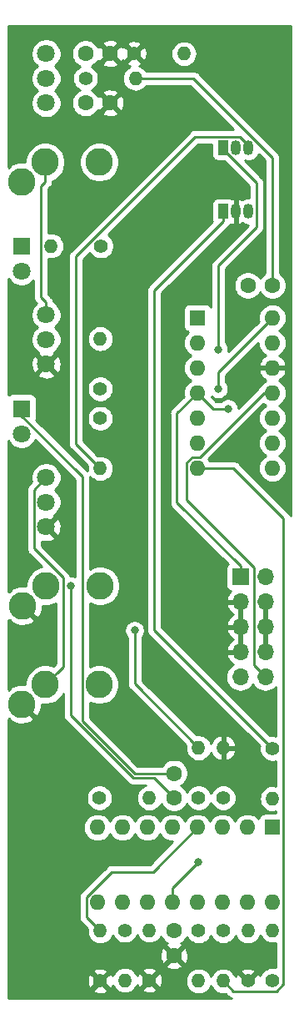
<source format=gbr>
G04 #@! TF.GenerationSoftware,KiCad,Pcbnew,5.1.2-f72e74a~84~ubuntu18.04.1*
G04 #@! TF.CreationDate,2019-05-18T13:16:44+02:00*
G04 #@! TF.ProjectId,lpf,6c70662e-6b69-4636-9164-5f7063625858,0.1*
G04 #@! TF.SameCoordinates,Original*
G04 #@! TF.FileFunction,Copper,L2,Bot*
G04 #@! TF.FilePolarity,Positive*
%FSLAX46Y46*%
G04 Gerber Fmt 4.6, Leading zero omitted, Abs format (unit mm)*
G04 Created by KiCad (PCBNEW 5.1.2-f72e74a~84~ubuntu18.04.1) date 2019-05-18 13:16:44*
%MOMM*%
%LPD*%
G04 APERTURE LIST*
%ADD10R,1.600000X1.600000*%
%ADD11O,1.600000X1.600000*%
%ADD12C,2.800000*%
%ADD13C,1.600000*%
%ADD14R,1.800000X1.800000*%
%ADD15C,1.800000*%
%ADD16O,1.050000X1.500000*%
%ADD17R,1.050000X1.500000*%
%ADD18O,1.400000X1.400000*%
%ADD19C,1.400000*%
%ADD20R,1.700000X1.700000*%
%ADD21O,1.700000X1.700000*%
%ADD22C,0.800000*%
%ADD23C,0.250000*%
%ADD24C,0.254000*%
G04 APERTURE END LIST*
D10*
X152500000Y-122000000D03*
D11*
X134720000Y-129620000D03*
X149960000Y-122000000D03*
X137260000Y-129620000D03*
X147420000Y-122000000D03*
X139800000Y-129620000D03*
X144880000Y-122000000D03*
X142340000Y-129620000D03*
X142340000Y-122000000D03*
X144880000Y-129620000D03*
X139800000Y-122000000D03*
X147420000Y-129620000D03*
X137260000Y-122000000D03*
X149960000Y-129620000D03*
X134720000Y-122000000D03*
X152500000Y-129620000D03*
D12*
X134900000Y-107500000D03*
X129400000Y-107500000D03*
X127000000Y-109500000D03*
X134900000Y-54500000D03*
X129400000Y-54500000D03*
X127000000Y-56500000D03*
X135000000Y-97500000D03*
X129500000Y-97500000D03*
X127100000Y-99500000D03*
D13*
X142500000Y-116500000D03*
X142500000Y-119000000D03*
X142500000Y-132500000D03*
X142500000Y-135000000D03*
X150000000Y-67000000D03*
X152500000Y-67000000D03*
X136000000Y-48500000D03*
X133500000Y-48500000D03*
X136000000Y-43500000D03*
X133500000Y-43500000D03*
D14*
X127000000Y-79500000D03*
D15*
X127000000Y-82040000D03*
X127000000Y-65540000D03*
D14*
X127000000Y-63000000D03*
D16*
X148770000Y-53000000D03*
X150040000Y-53000000D03*
D17*
X147500000Y-53000000D03*
X147500000Y-59500000D03*
D16*
X150040000Y-59500000D03*
X148770000Y-59500000D03*
D18*
X130000000Y-63000000D03*
D19*
X135080000Y-63000000D03*
X147500000Y-132500000D03*
D18*
X147500000Y-137580000D03*
D19*
X150000000Y-137580000D03*
D18*
X150000000Y-132500000D03*
X145000000Y-113920000D03*
D19*
X145000000Y-119000000D03*
X137500000Y-132420000D03*
D18*
X137500000Y-137500000D03*
X135000000Y-132500000D03*
D19*
X135000000Y-137580000D03*
X147500000Y-119000000D03*
D18*
X147500000Y-113920000D03*
X145000000Y-137580000D03*
D19*
X145000000Y-132500000D03*
X140000000Y-137500000D03*
D18*
X140000000Y-132420000D03*
D19*
X152500000Y-114000000D03*
D18*
X152500000Y-119080000D03*
X140000000Y-119000000D03*
D19*
X134920000Y-119000000D03*
X138420000Y-43500000D03*
D18*
X143500000Y-43500000D03*
X152500000Y-132420000D03*
D19*
X152500000Y-137500000D03*
D18*
X135000000Y-85580000D03*
D19*
X135000000Y-80500000D03*
D18*
X135000000Y-72420000D03*
D19*
X135000000Y-77500000D03*
X133500000Y-46000000D03*
D18*
X138580000Y-46000000D03*
D15*
X129500000Y-91500000D03*
X129500000Y-89000000D03*
X129500000Y-86500000D03*
X129500000Y-70000000D03*
X129500000Y-72500000D03*
X129500000Y-75000000D03*
X129500000Y-48500000D03*
X129500000Y-46000000D03*
X129500000Y-43500000D03*
D10*
X144880000Y-70300000D03*
D11*
X152500000Y-85540000D03*
X144880000Y-72840000D03*
X152500000Y-83000000D03*
X144880000Y-75380000D03*
X152500000Y-80460000D03*
X144880000Y-77920000D03*
X152500000Y-77920000D03*
X144880000Y-80460000D03*
X152500000Y-75380000D03*
X144880000Y-83000000D03*
X152500000Y-72840000D03*
X144880000Y-85540000D03*
X152500000Y-70300000D03*
D20*
X149253000Y-96565000D03*
D21*
X151793000Y-96565000D03*
X149253000Y-99105000D03*
X151793000Y-99105000D03*
X149253000Y-101645000D03*
X151793000Y-101645000D03*
X149253000Y-104185000D03*
X151793000Y-104185000D03*
X149253000Y-106725000D03*
X151793000Y-106725000D03*
D22*
X132000000Y-97500000D03*
X145000000Y-125500000D03*
X147000000Y-77500000D03*
X148000000Y-79500000D03*
X147000000Y-73500000D03*
X138500000Y-102000000D03*
D23*
X133174999Y-86401997D02*
X133174999Y-111174999D01*
X127000000Y-79500000D02*
X126273002Y-79500000D01*
X126273002Y-79500000D02*
X133174999Y-86401997D01*
X138500000Y-116500000D02*
X142500000Y-116500000D01*
X133174999Y-111174999D02*
X138500000Y-116500000D01*
X132000000Y-110636410D02*
X132000000Y-97500000D01*
X138313599Y-116950009D02*
X132000000Y-110636410D01*
X142500000Y-119000000D02*
X140450009Y-116950009D01*
X140450009Y-116950009D02*
X138313599Y-116950009D01*
X142340000Y-128160000D02*
X142340000Y-129620000D01*
X145000000Y-125500000D02*
X142340000Y-128160000D01*
X147000000Y-75800000D02*
X152500000Y-70300000D01*
X147000000Y-77500000D02*
X147000000Y-75800000D01*
X152500000Y-54032905D02*
X152500000Y-65868630D01*
X144467095Y-46000000D02*
X152500000Y-54032905D01*
X152500000Y-65868630D02*
X152500000Y-67000000D01*
X138580000Y-46000000D02*
X144467095Y-46000000D01*
X146460000Y-79500000D02*
X144880000Y-77920000D01*
X148000000Y-79500000D02*
X146460000Y-79500000D01*
X149253000Y-95465000D02*
X142800500Y-89012500D01*
X149253000Y-96565000D02*
X149253000Y-95465000D01*
X142800500Y-79999500D02*
X144880000Y-77920000D01*
X142800500Y-89012500D02*
X142800500Y-79999500D01*
X150943001Y-105875001D02*
X151793000Y-106725000D01*
X150617999Y-105549999D02*
X150943001Y-105875001D01*
X150617999Y-95644997D02*
X150617999Y-105549999D01*
X143754999Y-88781997D02*
X150617999Y-95644997D01*
X143754999Y-84999999D02*
X143754999Y-88781997D01*
X145130003Y-84414999D02*
X144339999Y-84414999D01*
X151625002Y-77920000D02*
X145130003Y-84414999D01*
X144339999Y-84414999D02*
X143754999Y-84999999D01*
X152500000Y-77920000D02*
X151625002Y-77920000D01*
X150040000Y-52775000D02*
X150040000Y-53000000D01*
X149189990Y-51924990D02*
X150040000Y-52775000D01*
X144638008Y-51924990D02*
X149189990Y-51924990D01*
X132500000Y-64062998D02*
X144638008Y-51924990D01*
X132500000Y-83080000D02*
X132500000Y-64062998D01*
X135000000Y-85580000D02*
X132500000Y-83080000D01*
X150890010Y-56615010D02*
X147500000Y-53225000D01*
X147000000Y-65000000D02*
X150890010Y-61109990D01*
X147500000Y-53225000D02*
X147500000Y-53000000D01*
X150890010Y-61109990D02*
X150890010Y-56615010D01*
X147000000Y-73500000D02*
X147000000Y-65000000D01*
X147500000Y-60500000D02*
X147500000Y-59500000D01*
X140500000Y-67500000D02*
X147500000Y-60500000D01*
X140500000Y-102000000D02*
X140500000Y-67500000D01*
X152500000Y-114000000D02*
X140500000Y-102000000D01*
X148525001Y-138605001D02*
X147500000Y-137580000D01*
X153625001Y-137892001D02*
X152912001Y-138605001D01*
X153625001Y-90625001D02*
X153625001Y-137892001D01*
X152912001Y-138605001D02*
X148525001Y-138605001D01*
X144880000Y-85540000D02*
X148540000Y-85540000D01*
X148540000Y-85540000D02*
X153625001Y-90625001D01*
X133594999Y-129079999D02*
X136174998Y-126500000D01*
X135000000Y-132500000D02*
X133594999Y-131094999D01*
X133594999Y-131094999D02*
X133594999Y-129079999D01*
X140380000Y-126500000D02*
X144880000Y-122000000D01*
X136174998Y-126500000D02*
X140380000Y-126500000D01*
X138500000Y-107420000D02*
X145000000Y-113920000D01*
X138500000Y-102000000D02*
X138500000Y-107420000D01*
X129500000Y-68727208D02*
X129500000Y-70000000D01*
X128974999Y-56904899D02*
X128974999Y-68202207D01*
X128974999Y-68202207D02*
X129500000Y-68727208D01*
X129400000Y-56479898D02*
X128974999Y-56904899D01*
X129400000Y-54500000D02*
X129400000Y-56479898D01*
X131225001Y-105674999D02*
X130799999Y-106100001D01*
X131225001Y-96671999D02*
X131225001Y-105674999D01*
X128274999Y-93721997D02*
X131225001Y-96671999D01*
X130799999Y-106100001D02*
X129400000Y-107500000D01*
X128274999Y-87725001D02*
X128274999Y-93721997D01*
X129500000Y-86500000D02*
X128274999Y-87725001D01*
D24*
G36*
X146336928Y-53750000D02*
G01*
X146349188Y-53874482D01*
X146385498Y-53994180D01*
X146444463Y-54104494D01*
X146523815Y-54201185D01*
X146620506Y-54280537D01*
X146730820Y-54339502D01*
X146850518Y-54375812D01*
X146975000Y-54388072D01*
X147588271Y-54388072D01*
X150130011Y-56929813D01*
X150130011Y-58118253D01*
X150040000Y-58109388D01*
X149812600Y-58131785D01*
X149593940Y-58198115D01*
X149405331Y-58298929D01*
X149346882Y-58257725D01*
X149137337Y-58164728D01*
X149075810Y-58156036D01*
X148897000Y-58281837D01*
X148897000Y-59046892D01*
X148896785Y-59047601D01*
X148880000Y-59218022D01*
X148880000Y-59781979D01*
X148896785Y-59952400D01*
X148897000Y-59953109D01*
X148897000Y-60718163D01*
X149075810Y-60843964D01*
X149137337Y-60835272D01*
X149346882Y-60742275D01*
X149405331Y-60701071D01*
X149593941Y-60801885D01*
X149812601Y-60868215D01*
X150035072Y-60890127D01*
X146488998Y-64436201D01*
X146460000Y-64459999D01*
X146436202Y-64488997D01*
X146436201Y-64488998D01*
X146365026Y-64575724D01*
X146294454Y-64707754D01*
X146250998Y-64851015D01*
X146236324Y-65000000D01*
X146240001Y-65037332D01*
X146240001Y-69200627D01*
X146210537Y-69145506D01*
X146131185Y-69048815D01*
X146034494Y-68969463D01*
X145924180Y-68910498D01*
X145804482Y-68874188D01*
X145680000Y-68861928D01*
X144080000Y-68861928D01*
X143955518Y-68874188D01*
X143835820Y-68910498D01*
X143725506Y-68969463D01*
X143628815Y-69048815D01*
X143549463Y-69145506D01*
X143490498Y-69255820D01*
X143454188Y-69375518D01*
X143441928Y-69500000D01*
X143441928Y-71100000D01*
X143454188Y-71224482D01*
X143490498Y-71344180D01*
X143549463Y-71454494D01*
X143628815Y-71551185D01*
X143725506Y-71630537D01*
X143835820Y-71689502D01*
X143955518Y-71725812D01*
X143973482Y-71727581D01*
X143860392Y-71820392D01*
X143681068Y-72038899D01*
X143547818Y-72288192D01*
X143465764Y-72558691D01*
X143438057Y-72840000D01*
X143465764Y-73121309D01*
X143547818Y-73391808D01*
X143681068Y-73641101D01*
X143860392Y-73859608D01*
X144078899Y-74038932D01*
X144211858Y-74110000D01*
X144078899Y-74181068D01*
X143860392Y-74360392D01*
X143681068Y-74578899D01*
X143547818Y-74828192D01*
X143465764Y-75098691D01*
X143438057Y-75380000D01*
X143465764Y-75661309D01*
X143547818Y-75931808D01*
X143681068Y-76181101D01*
X143860392Y-76399608D01*
X144078899Y-76578932D01*
X144211858Y-76650000D01*
X144078899Y-76721068D01*
X143860392Y-76900392D01*
X143681068Y-77118899D01*
X143547818Y-77368192D01*
X143465764Y-77638691D01*
X143438057Y-77920000D01*
X143465764Y-78201309D01*
X143479292Y-78245906D01*
X142289498Y-79435701D01*
X142260500Y-79459499D01*
X142236702Y-79488497D01*
X142236701Y-79488498D01*
X142165526Y-79575224D01*
X142094954Y-79707254D01*
X142051498Y-79850515D01*
X142036824Y-79999500D01*
X142040501Y-80036832D01*
X142040500Y-88975178D01*
X142036824Y-89012500D01*
X142040500Y-89049822D01*
X142040500Y-89049832D01*
X142051497Y-89161485D01*
X142091391Y-89292999D01*
X142094954Y-89304746D01*
X142165526Y-89436776D01*
X142205371Y-89485326D01*
X142260499Y-89552501D01*
X142289503Y-89576304D01*
X147965655Y-95252457D01*
X147951815Y-95263815D01*
X147872463Y-95360506D01*
X147813498Y-95470820D01*
X147777188Y-95590518D01*
X147764928Y-95715000D01*
X147764928Y-97415000D01*
X147777188Y-97539482D01*
X147813498Y-97659180D01*
X147872463Y-97769494D01*
X147951815Y-97866185D01*
X148048506Y-97945537D01*
X148158820Y-98004502D01*
X148239466Y-98028966D01*
X148155412Y-98104731D01*
X147981359Y-98338080D01*
X147856175Y-98600901D01*
X147811524Y-98748110D01*
X147932845Y-98978000D01*
X149126000Y-98978000D01*
X149126000Y-98958000D01*
X149380000Y-98958000D01*
X149380000Y-98978000D01*
X149400000Y-98978000D01*
X149400000Y-99232000D01*
X149380000Y-99232000D01*
X149380000Y-101518000D01*
X149400000Y-101518000D01*
X149400000Y-101772000D01*
X149380000Y-101772000D01*
X149380000Y-104058000D01*
X149400000Y-104058000D01*
X149400000Y-104312000D01*
X149380000Y-104312000D01*
X149380000Y-104332000D01*
X149126000Y-104332000D01*
X149126000Y-104312000D01*
X147932845Y-104312000D01*
X147811524Y-104541890D01*
X147856175Y-104689099D01*
X147981359Y-104951920D01*
X148155412Y-105185269D01*
X148371645Y-105380178D01*
X148488523Y-105449799D01*
X148423986Y-105484294D01*
X148197866Y-105669866D01*
X148012294Y-105895986D01*
X147874401Y-106153966D01*
X147789487Y-106433889D01*
X147760815Y-106725000D01*
X147789487Y-107016111D01*
X147874401Y-107296034D01*
X148012294Y-107554014D01*
X148197866Y-107780134D01*
X148423986Y-107965706D01*
X148681966Y-108103599D01*
X148961889Y-108188513D01*
X149180050Y-108210000D01*
X149325950Y-108210000D01*
X149544111Y-108188513D01*
X149824034Y-108103599D01*
X150082014Y-107965706D01*
X150308134Y-107780134D01*
X150493706Y-107554014D01*
X150523000Y-107499209D01*
X150552294Y-107554014D01*
X150737866Y-107780134D01*
X150963986Y-107965706D01*
X151221966Y-108103599D01*
X151501889Y-108188513D01*
X151720050Y-108210000D01*
X151865950Y-108210000D01*
X152084111Y-108188513D01*
X152364034Y-108103599D01*
X152622014Y-107965706D01*
X152848134Y-107780134D01*
X152865001Y-107759581D01*
X152865001Y-112711450D01*
X152631486Y-112665000D01*
X152368514Y-112665000D01*
X152261157Y-112686355D01*
X141576692Y-102001890D01*
X147811524Y-102001890D01*
X147856175Y-102149099D01*
X147981359Y-102411920D01*
X148155412Y-102645269D01*
X148371645Y-102840178D01*
X148497255Y-102915000D01*
X148371645Y-102989822D01*
X148155412Y-103184731D01*
X147981359Y-103418080D01*
X147856175Y-103680901D01*
X147811524Y-103828110D01*
X147932845Y-104058000D01*
X149126000Y-104058000D01*
X149126000Y-101772000D01*
X147932845Y-101772000D01*
X147811524Y-102001890D01*
X141576692Y-102001890D01*
X141260000Y-101685199D01*
X141260000Y-99461890D01*
X147811524Y-99461890D01*
X147856175Y-99609099D01*
X147981359Y-99871920D01*
X148155412Y-100105269D01*
X148371645Y-100300178D01*
X148497255Y-100375000D01*
X148371645Y-100449822D01*
X148155412Y-100644731D01*
X147981359Y-100878080D01*
X147856175Y-101140901D01*
X147811524Y-101288110D01*
X147932845Y-101518000D01*
X149126000Y-101518000D01*
X149126000Y-99232000D01*
X147932845Y-99232000D01*
X147811524Y-99461890D01*
X141260000Y-99461890D01*
X141260000Y-67814801D01*
X148011004Y-61063798D01*
X148040001Y-61040001D01*
X148066332Y-61007917D01*
X148134974Y-60924277D01*
X148163085Y-60871686D01*
X148269180Y-60839502D01*
X148334057Y-60804824D01*
X148402663Y-60835272D01*
X148464190Y-60843964D01*
X148643000Y-60718163D01*
X148643000Y-60400235D01*
X148650812Y-60374482D01*
X148663072Y-60250000D01*
X148663072Y-58750000D01*
X148650812Y-58625518D01*
X148643000Y-58599765D01*
X148643000Y-58281837D01*
X148464190Y-58156036D01*
X148402663Y-58164728D01*
X148334057Y-58195176D01*
X148269180Y-58160498D01*
X148149482Y-58124188D01*
X148025000Y-58111928D01*
X146975000Y-58111928D01*
X146850518Y-58124188D01*
X146730820Y-58160498D01*
X146620506Y-58219463D01*
X146523815Y-58298815D01*
X146444463Y-58395506D01*
X146385498Y-58505820D01*
X146349188Y-58625518D01*
X146336928Y-58750000D01*
X146336928Y-60250000D01*
X146349188Y-60374482D01*
X146385498Y-60494180D01*
X146401354Y-60523844D01*
X139988998Y-66936201D01*
X139960000Y-66959999D01*
X139936202Y-66988997D01*
X139936201Y-66988998D01*
X139865026Y-67075724D01*
X139794454Y-67207754D01*
X139750998Y-67351015D01*
X139736324Y-67500000D01*
X139740001Y-67537333D01*
X139740000Y-101962678D01*
X139736324Y-102000000D01*
X139740000Y-102037322D01*
X139740000Y-102037332D01*
X139750997Y-102148985D01*
X139794454Y-102292246D01*
X139865026Y-102424276D01*
X139904871Y-102472826D01*
X139959999Y-102540001D01*
X139989003Y-102563804D01*
X151186355Y-113761157D01*
X151165000Y-113868514D01*
X151165000Y-114131486D01*
X151216304Y-114389405D01*
X151316939Y-114632359D01*
X151463038Y-114851013D01*
X151648987Y-115036962D01*
X151867641Y-115183061D01*
X152110595Y-115283696D01*
X152368514Y-115335000D01*
X152631486Y-115335000D01*
X152865002Y-115288550D01*
X152865002Y-117795651D01*
X152761706Y-117764317D01*
X152565579Y-117745000D01*
X152434421Y-117745000D01*
X152238294Y-117764317D01*
X151986646Y-117840653D01*
X151754725Y-117964618D01*
X151551445Y-118131445D01*
X151384618Y-118334725D01*
X151260653Y-118566646D01*
X151184317Y-118818294D01*
X151158541Y-119080000D01*
X151184317Y-119341706D01*
X151260653Y-119593354D01*
X151384618Y-119825275D01*
X151551445Y-120028555D01*
X151754725Y-120195382D01*
X151986646Y-120319347D01*
X152238294Y-120395683D01*
X152434421Y-120415000D01*
X152565579Y-120415000D01*
X152761706Y-120395683D01*
X152865002Y-120364349D01*
X152865002Y-120561928D01*
X151700000Y-120561928D01*
X151575518Y-120574188D01*
X151455820Y-120610498D01*
X151345506Y-120669463D01*
X151248815Y-120748815D01*
X151169463Y-120845506D01*
X151110498Y-120955820D01*
X151074188Y-121075518D01*
X151072419Y-121093482D01*
X150979608Y-120980392D01*
X150761101Y-120801068D01*
X150511808Y-120667818D01*
X150241309Y-120585764D01*
X150030492Y-120565000D01*
X149889508Y-120565000D01*
X149678691Y-120585764D01*
X149408192Y-120667818D01*
X149158899Y-120801068D01*
X148940392Y-120980392D01*
X148761068Y-121198899D01*
X148690000Y-121331858D01*
X148618932Y-121198899D01*
X148439608Y-120980392D01*
X148221101Y-120801068D01*
X147971808Y-120667818D01*
X147701309Y-120585764D01*
X147490492Y-120565000D01*
X147349508Y-120565000D01*
X147138691Y-120585764D01*
X146868192Y-120667818D01*
X146618899Y-120801068D01*
X146400392Y-120980392D01*
X146221068Y-121198899D01*
X146150000Y-121331858D01*
X146078932Y-121198899D01*
X145899608Y-120980392D01*
X145681101Y-120801068D01*
X145431808Y-120667818D01*
X145161309Y-120585764D01*
X144950492Y-120565000D01*
X144809508Y-120565000D01*
X144598691Y-120585764D01*
X144328192Y-120667818D01*
X144078899Y-120801068D01*
X143860392Y-120980392D01*
X143681068Y-121198899D01*
X143610000Y-121331858D01*
X143538932Y-121198899D01*
X143359608Y-120980392D01*
X143141101Y-120801068D01*
X142891808Y-120667818D01*
X142621309Y-120585764D01*
X142410492Y-120565000D01*
X142269508Y-120565000D01*
X142058691Y-120585764D01*
X141788192Y-120667818D01*
X141538899Y-120801068D01*
X141320392Y-120980392D01*
X141141068Y-121198899D01*
X141070000Y-121331858D01*
X140998932Y-121198899D01*
X140819608Y-120980392D01*
X140601101Y-120801068D01*
X140351808Y-120667818D01*
X140081309Y-120585764D01*
X139870492Y-120565000D01*
X139729508Y-120565000D01*
X139518691Y-120585764D01*
X139248192Y-120667818D01*
X138998899Y-120801068D01*
X138780392Y-120980392D01*
X138601068Y-121198899D01*
X138530000Y-121331858D01*
X138458932Y-121198899D01*
X138279608Y-120980392D01*
X138061101Y-120801068D01*
X137811808Y-120667818D01*
X137541309Y-120585764D01*
X137330492Y-120565000D01*
X137189508Y-120565000D01*
X136978691Y-120585764D01*
X136708192Y-120667818D01*
X136458899Y-120801068D01*
X136240392Y-120980392D01*
X136061068Y-121198899D01*
X135990000Y-121331858D01*
X135918932Y-121198899D01*
X135739608Y-120980392D01*
X135521101Y-120801068D01*
X135271808Y-120667818D01*
X135001309Y-120585764D01*
X134790492Y-120565000D01*
X134649508Y-120565000D01*
X134438691Y-120585764D01*
X134168192Y-120667818D01*
X133918899Y-120801068D01*
X133700392Y-120980392D01*
X133521068Y-121198899D01*
X133387818Y-121448192D01*
X133305764Y-121718691D01*
X133278057Y-122000000D01*
X133305764Y-122281309D01*
X133387818Y-122551808D01*
X133521068Y-122801101D01*
X133700392Y-123019608D01*
X133918899Y-123198932D01*
X134168192Y-123332182D01*
X134438691Y-123414236D01*
X134649508Y-123435000D01*
X134790492Y-123435000D01*
X135001309Y-123414236D01*
X135271808Y-123332182D01*
X135521101Y-123198932D01*
X135739608Y-123019608D01*
X135918932Y-122801101D01*
X135990000Y-122668142D01*
X136061068Y-122801101D01*
X136240392Y-123019608D01*
X136458899Y-123198932D01*
X136708192Y-123332182D01*
X136978691Y-123414236D01*
X137189508Y-123435000D01*
X137330492Y-123435000D01*
X137541309Y-123414236D01*
X137811808Y-123332182D01*
X138061101Y-123198932D01*
X138279608Y-123019608D01*
X138458932Y-122801101D01*
X138530000Y-122668142D01*
X138601068Y-122801101D01*
X138780392Y-123019608D01*
X138998899Y-123198932D01*
X139248192Y-123332182D01*
X139518691Y-123414236D01*
X139729508Y-123435000D01*
X139870492Y-123435000D01*
X140081309Y-123414236D01*
X140351808Y-123332182D01*
X140601101Y-123198932D01*
X140819608Y-123019608D01*
X140998932Y-122801101D01*
X141070000Y-122668142D01*
X141141068Y-122801101D01*
X141320392Y-123019608D01*
X141538899Y-123198932D01*
X141788192Y-123332182D01*
X142058691Y-123414236D01*
X142269508Y-123435000D01*
X142370198Y-123435000D01*
X140065199Y-125740000D01*
X136212331Y-125740000D01*
X136174998Y-125736323D01*
X136137665Y-125740000D01*
X136026012Y-125750997D01*
X135882751Y-125794454D01*
X135750722Y-125865026D01*
X135634997Y-125959999D01*
X135611199Y-125988997D01*
X133083997Y-128516200D01*
X133054999Y-128539998D01*
X133031201Y-128568996D01*
X133031200Y-128568997D01*
X132960025Y-128655723D01*
X132889453Y-128787753D01*
X132845997Y-128931014D01*
X132831323Y-129079999D01*
X132835000Y-129117331D01*
X132834999Y-131057676D01*
X132831323Y-131094999D01*
X132834999Y-131132321D01*
X132834999Y-131132331D01*
X132845996Y-131243984D01*
X132888177Y-131383038D01*
X132889453Y-131387245D01*
X132960025Y-131519275D01*
X132986427Y-131551445D01*
X133054998Y-131635000D01*
X133084001Y-131658802D01*
X133682450Y-132257252D01*
X133658541Y-132500000D01*
X133684317Y-132761706D01*
X133760653Y-133013354D01*
X133884618Y-133245275D01*
X134051445Y-133448555D01*
X134254725Y-133615382D01*
X134486646Y-133739347D01*
X134738294Y-133815683D01*
X134934421Y-133835000D01*
X135065579Y-133835000D01*
X135261706Y-133815683D01*
X135513354Y-133739347D01*
X135745275Y-133615382D01*
X135948555Y-133448555D01*
X136115382Y-133245275D01*
X136239347Y-133013354D01*
X136265319Y-132927736D01*
X136316939Y-133052359D01*
X136463038Y-133271013D01*
X136648987Y-133456962D01*
X136867641Y-133603061D01*
X137110595Y-133703696D01*
X137368514Y-133755000D01*
X137631486Y-133755000D01*
X137889405Y-133703696D01*
X138132359Y-133603061D01*
X138351013Y-133456962D01*
X138536962Y-133271013D01*
X138683061Y-133052359D01*
X138748690Y-132893917D01*
X138760653Y-132933354D01*
X138884618Y-133165275D01*
X139051445Y-133368555D01*
X139254725Y-133535382D01*
X139486646Y-133659347D01*
X139738294Y-133735683D01*
X139934421Y-133755000D01*
X140065579Y-133755000D01*
X140261706Y-133735683D01*
X140513354Y-133659347D01*
X140745275Y-133535382D01*
X140948555Y-133368555D01*
X141115382Y-133165275D01*
X141175639Y-133052543D01*
X141228320Y-133179727D01*
X141385363Y-133414759D01*
X141585241Y-133614637D01*
X141785869Y-133748692D01*
X141758486Y-133763329D01*
X141686903Y-134007298D01*
X142500000Y-134820395D01*
X143313097Y-134007298D01*
X143241514Y-133763329D01*
X143212659Y-133749676D01*
X143414759Y-133614637D01*
X143614637Y-133414759D01*
X143771680Y-133179727D01*
X143804120Y-133101411D01*
X143816939Y-133132359D01*
X143963038Y-133351013D01*
X144148987Y-133536962D01*
X144367641Y-133683061D01*
X144610595Y-133783696D01*
X144868514Y-133835000D01*
X145131486Y-133835000D01*
X145389405Y-133783696D01*
X145632359Y-133683061D01*
X145851013Y-133536962D01*
X146036962Y-133351013D01*
X146183061Y-133132359D01*
X146250000Y-132970754D01*
X146316939Y-133132359D01*
X146463038Y-133351013D01*
X146648987Y-133536962D01*
X146867641Y-133683061D01*
X147110595Y-133783696D01*
X147368514Y-133835000D01*
X147631486Y-133835000D01*
X147889405Y-133783696D01*
X148132359Y-133683061D01*
X148351013Y-133536962D01*
X148536962Y-133351013D01*
X148683061Y-133132359D01*
X148748690Y-132973917D01*
X148760653Y-133013354D01*
X148884618Y-133245275D01*
X149051445Y-133448555D01*
X149254725Y-133615382D01*
X149486646Y-133739347D01*
X149738294Y-133815683D01*
X149934421Y-133835000D01*
X150065579Y-133835000D01*
X150261706Y-133815683D01*
X150513354Y-133739347D01*
X150745275Y-133615382D01*
X150948555Y-133448555D01*
X151115382Y-133245275D01*
X151239347Y-133013354D01*
X151262542Y-132936889D01*
X151384618Y-133165275D01*
X151551445Y-133368555D01*
X151754725Y-133535382D01*
X151986646Y-133659347D01*
X152238294Y-133735683D01*
X152434421Y-133755000D01*
X152565579Y-133755000D01*
X152761706Y-133735683D01*
X152865002Y-133704349D01*
X152865002Y-136211450D01*
X152631486Y-136165000D01*
X152368514Y-136165000D01*
X152110595Y-136216304D01*
X151867641Y-136316939D01*
X151648987Y-136463038D01*
X151463038Y-136648987D01*
X151316939Y-136867641D01*
X151234114Y-137067597D01*
X151208935Y-136998634D01*
X151155037Y-136897797D01*
X150921269Y-136838336D01*
X150179605Y-137580000D01*
X150193748Y-137594143D01*
X150014143Y-137773748D01*
X150000000Y-137759605D01*
X149985858Y-137773748D01*
X149806253Y-137594143D01*
X149820395Y-137580000D01*
X149078731Y-136838336D01*
X148844963Y-136897797D01*
X148750040Y-137101896D01*
X148739347Y-137066646D01*
X148615382Y-136834725D01*
X148470948Y-136658731D01*
X149258336Y-136658731D01*
X150000000Y-137400395D01*
X150741664Y-136658731D01*
X150682203Y-136424963D01*
X150443758Y-136314066D01*
X150188260Y-136251817D01*
X149925527Y-136240610D01*
X149665656Y-136280875D01*
X149418634Y-136371065D01*
X149317797Y-136424963D01*
X149258336Y-136658731D01*
X148470948Y-136658731D01*
X148448555Y-136631445D01*
X148245275Y-136464618D01*
X148013354Y-136340653D01*
X147761706Y-136264317D01*
X147565579Y-136245000D01*
X147434421Y-136245000D01*
X147238294Y-136264317D01*
X146986646Y-136340653D01*
X146754725Y-136464618D01*
X146551445Y-136631445D01*
X146384618Y-136834725D01*
X146260653Y-137066646D01*
X146250000Y-137101765D01*
X146239347Y-137066646D01*
X146115382Y-136834725D01*
X145948555Y-136631445D01*
X145745275Y-136464618D01*
X145513354Y-136340653D01*
X145261706Y-136264317D01*
X145065579Y-136245000D01*
X144934421Y-136245000D01*
X144738294Y-136264317D01*
X144486646Y-136340653D01*
X144254725Y-136464618D01*
X144051445Y-136631445D01*
X143884618Y-136834725D01*
X143760653Y-137066646D01*
X143684317Y-137318294D01*
X143658541Y-137580000D01*
X143684317Y-137841706D01*
X143760653Y-138093354D01*
X143884618Y-138325275D01*
X144051445Y-138528555D01*
X144254725Y-138695382D01*
X144486646Y-138819347D01*
X144738294Y-138895683D01*
X144934421Y-138915000D01*
X145065579Y-138915000D01*
X145261706Y-138895683D01*
X145513354Y-138819347D01*
X145745275Y-138695382D01*
X145948555Y-138528555D01*
X146115382Y-138325275D01*
X146239347Y-138093354D01*
X146250000Y-138058235D01*
X146260653Y-138093354D01*
X146384618Y-138325275D01*
X146551445Y-138528555D01*
X146754725Y-138695382D01*
X146986646Y-138819347D01*
X147238294Y-138895683D01*
X147434421Y-138915000D01*
X147565579Y-138915000D01*
X147742748Y-138897550D01*
X147961202Y-139116004D01*
X147985000Y-139145002D01*
X148100725Y-139239975D01*
X148232754Y-139310547D01*
X148329849Y-139340000D01*
X125660000Y-139340000D01*
X125660000Y-138501269D01*
X134258336Y-138501269D01*
X134317797Y-138735037D01*
X134556242Y-138845934D01*
X134811740Y-138908183D01*
X135074473Y-138919390D01*
X135334344Y-138879125D01*
X135581366Y-138788935D01*
X135682203Y-138735037D01*
X135741664Y-138501269D01*
X135000000Y-137759605D01*
X134258336Y-138501269D01*
X125660000Y-138501269D01*
X125660000Y-137654473D01*
X133660610Y-137654473D01*
X133700875Y-137914344D01*
X133791065Y-138161366D01*
X133844963Y-138262203D01*
X134078731Y-138321664D01*
X134820395Y-137580000D01*
X135179605Y-137580000D01*
X135921269Y-138321664D01*
X136155037Y-138262203D01*
X136265934Y-138023758D01*
X136266022Y-138023398D01*
X136384618Y-138245275D01*
X136551445Y-138448555D01*
X136754725Y-138615382D01*
X136986646Y-138739347D01*
X137238294Y-138815683D01*
X137434421Y-138835000D01*
X137565579Y-138835000D01*
X137761706Y-138815683D01*
X138013354Y-138739347D01*
X138245275Y-138615382D01*
X138448555Y-138448555D01*
X138470947Y-138421269D01*
X139258336Y-138421269D01*
X139317797Y-138655037D01*
X139556242Y-138765934D01*
X139811740Y-138828183D01*
X140074473Y-138839390D01*
X140334344Y-138799125D01*
X140581366Y-138708935D01*
X140682203Y-138655037D01*
X140741664Y-138421269D01*
X140000000Y-137679605D01*
X139258336Y-138421269D01*
X138470947Y-138421269D01*
X138615382Y-138245275D01*
X138739347Y-138013354D01*
X138751548Y-137973133D01*
X138791065Y-138081366D01*
X138844963Y-138182203D01*
X139078731Y-138241664D01*
X139820395Y-137500000D01*
X140179605Y-137500000D01*
X140921269Y-138241664D01*
X141155037Y-138182203D01*
X141265934Y-137943758D01*
X141328183Y-137688260D01*
X141339390Y-137425527D01*
X141299125Y-137165656D01*
X141208935Y-136918634D01*
X141155037Y-136817797D01*
X140921269Y-136758336D01*
X140179605Y-137500000D01*
X139820395Y-137500000D01*
X139078731Y-136758336D01*
X138844963Y-136817797D01*
X138750040Y-137021896D01*
X138739347Y-136986646D01*
X138615382Y-136754725D01*
X138470948Y-136578731D01*
X139258336Y-136578731D01*
X140000000Y-137320395D01*
X140741664Y-136578731D01*
X140682203Y-136344963D01*
X140443758Y-136234066D01*
X140188260Y-136171817D01*
X139925527Y-136160610D01*
X139665656Y-136200875D01*
X139418634Y-136291065D01*
X139317797Y-136344963D01*
X139258336Y-136578731D01*
X138470948Y-136578731D01*
X138448555Y-136551445D01*
X138245275Y-136384618D01*
X138013354Y-136260653D01*
X137761706Y-136184317D01*
X137565579Y-136165000D01*
X137434421Y-136165000D01*
X137238294Y-136184317D01*
X136986646Y-136260653D01*
X136754725Y-136384618D01*
X136551445Y-136551445D01*
X136384618Y-136754725D01*
X136260653Y-136986646D01*
X136235197Y-137070563D01*
X136208935Y-136998634D01*
X136155037Y-136897797D01*
X135921269Y-136838336D01*
X135179605Y-137580000D01*
X134820395Y-137580000D01*
X134078731Y-136838336D01*
X133844963Y-136897797D01*
X133734066Y-137136242D01*
X133671817Y-137391740D01*
X133660610Y-137654473D01*
X125660000Y-137654473D01*
X125660000Y-136658731D01*
X134258336Y-136658731D01*
X135000000Y-137400395D01*
X135741664Y-136658731D01*
X135682203Y-136424963D01*
X135443758Y-136314066D01*
X135188260Y-136251817D01*
X134925527Y-136240610D01*
X134665656Y-136280875D01*
X134418634Y-136371065D01*
X134317797Y-136424963D01*
X134258336Y-136658731D01*
X125660000Y-136658731D01*
X125660000Y-135992702D01*
X141686903Y-135992702D01*
X141758486Y-136236671D01*
X142013996Y-136357571D01*
X142288184Y-136426300D01*
X142570512Y-136440217D01*
X142850130Y-136398787D01*
X143116292Y-136303603D01*
X143241514Y-136236671D01*
X143313097Y-135992702D01*
X142500000Y-135179605D01*
X141686903Y-135992702D01*
X125660000Y-135992702D01*
X125660000Y-135070512D01*
X141059783Y-135070512D01*
X141101213Y-135350130D01*
X141196397Y-135616292D01*
X141263329Y-135741514D01*
X141507298Y-135813097D01*
X142320395Y-135000000D01*
X142679605Y-135000000D01*
X143492702Y-135813097D01*
X143736671Y-135741514D01*
X143857571Y-135486004D01*
X143926300Y-135211816D01*
X143940217Y-134929488D01*
X143898787Y-134649870D01*
X143803603Y-134383708D01*
X143736671Y-134258486D01*
X143492702Y-134186903D01*
X142679605Y-135000000D01*
X142320395Y-135000000D01*
X141507298Y-134186903D01*
X141263329Y-134258486D01*
X141142429Y-134513996D01*
X141073700Y-134788184D01*
X141059783Y-135070512D01*
X125660000Y-135070512D01*
X125660000Y-118868514D01*
X133585000Y-118868514D01*
X133585000Y-119131486D01*
X133636304Y-119389405D01*
X133736939Y-119632359D01*
X133883038Y-119851013D01*
X134068987Y-120036962D01*
X134287641Y-120183061D01*
X134530595Y-120283696D01*
X134788514Y-120335000D01*
X135051486Y-120335000D01*
X135309405Y-120283696D01*
X135552359Y-120183061D01*
X135771013Y-120036962D01*
X135956962Y-119851013D01*
X136103061Y-119632359D01*
X136203696Y-119389405D01*
X136255000Y-119131486D01*
X136255000Y-118868514D01*
X136203696Y-118610595D01*
X136103061Y-118367641D01*
X135956962Y-118148987D01*
X135771013Y-117963038D01*
X135552359Y-117816939D01*
X135309405Y-117716304D01*
X135051486Y-117665000D01*
X134788514Y-117665000D01*
X134530595Y-117716304D01*
X134287641Y-117816939D01*
X134068987Y-117963038D01*
X133883038Y-118148987D01*
X133736939Y-118367641D01*
X133636304Y-118610595D01*
X133585000Y-118868514D01*
X125660000Y-118868514D01*
X125660000Y-111019608D01*
X125759159Y-110920449D01*
X125903135Y-111225770D01*
X126260892Y-111406597D01*
X126647053Y-111514155D01*
X127046777Y-111544310D01*
X127444704Y-111495904D01*
X127825540Y-111370795D01*
X128096865Y-111225770D01*
X128240842Y-110920447D01*
X127000000Y-109679605D01*
X126985858Y-109693748D01*
X126806253Y-109514143D01*
X126820395Y-109500000D01*
X126806253Y-109485858D01*
X126985858Y-109306253D01*
X127000000Y-109320395D01*
X127014143Y-109306253D01*
X127193748Y-109485858D01*
X127179605Y-109500000D01*
X128420447Y-110740842D01*
X128725770Y-110596865D01*
X128906597Y-110239108D01*
X129014155Y-109852947D01*
X129040527Y-109503364D01*
X129199570Y-109535000D01*
X129600430Y-109535000D01*
X129993587Y-109456796D01*
X130363934Y-109303393D01*
X130697237Y-109080687D01*
X130980687Y-108797237D01*
X131203393Y-108463934D01*
X131240000Y-108375557D01*
X131240000Y-110599088D01*
X131236324Y-110636410D01*
X131240000Y-110673732D01*
X131240000Y-110673742D01*
X131250997Y-110785395D01*
X131280530Y-110882753D01*
X131294454Y-110928656D01*
X131365026Y-111060686D01*
X131404871Y-111109236D01*
X131459999Y-111176411D01*
X131489003Y-111200214D01*
X137749799Y-117461011D01*
X137773598Y-117490010D01*
X137889323Y-117584983D01*
X138021352Y-117655555D01*
X138164613Y-117699012D01*
X138276266Y-117710009D01*
X138276275Y-117710009D01*
X138313598Y-117713685D01*
X138350921Y-117710009D01*
X139653598Y-117710009D01*
X139486646Y-117760653D01*
X139254725Y-117884618D01*
X139051445Y-118051445D01*
X138884618Y-118254725D01*
X138760653Y-118486646D01*
X138684317Y-118738294D01*
X138658541Y-119000000D01*
X138684317Y-119261706D01*
X138760653Y-119513354D01*
X138884618Y-119745275D01*
X139051445Y-119948555D01*
X139254725Y-120115382D01*
X139486646Y-120239347D01*
X139738294Y-120315683D01*
X139934421Y-120335000D01*
X140065579Y-120335000D01*
X140261706Y-120315683D01*
X140513354Y-120239347D01*
X140745275Y-120115382D01*
X140948555Y-119948555D01*
X141115382Y-119745275D01*
X141194308Y-119597615D01*
X141228320Y-119679727D01*
X141385363Y-119914759D01*
X141585241Y-120114637D01*
X141820273Y-120271680D01*
X142081426Y-120379853D01*
X142358665Y-120435000D01*
X142641335Y-120435000D01*
X142918574Y-120379853D01*
X143179727Y-120271680D01*
X143414759Y-120114637D01*
X143614637Y-119914759D01*
X143771680Y-119679727D01*
X143804120Y-119601411D01*
X143816939Y-119632359D01*
X143963038Y-119851013D01*
X144148987Y-120036962D01*
X144367641Y-120183061D01*
X144610595Y-120283696D01*
X144868514Y-120335000D01*
X145131486Y-120335000D01*
X145389405Y-120283696D01*
X145632359Y-120183061D01*
X145851013Y-120036962D01*
X146036962Y-119851013D01*
X146183061Y-119632359D01*
X146250000Y-119470754D01*
X146316939Y-119632359D01*
X146463038Y-119851013D01*
X146648987Y-120036962D01*
X146867641Y-120183061D01*
X147110595Y-120283696D01*
X147368514Y-120335000D01*
X147631486Y-120335000D01*
X147889405Y-120283696D01*
X148132359Y-120183061D01*
X148351013Y-120036962D01*
X148536962Y-119851013D01*
X148683061Y-119632359D01*
X148783696Y-119389405D01*
X148835000Y-119131486D01*
X148835000Y-118868514D01*
X148783696Y-118610595D01*
X148683061Y-118367641D01*
X148536962Y-118148987D01*
X148351013Y-117963038D01*
X148132359Y-117816939D01*
X147889405Y-117716304D01*
X147631486Y-117665000D01*
X147368514Y-117665000D01*
X147110595Y-117716304D01*
X146867641Y-117816939D01*
X146648987Y-117963038D01*
X146463038Y-118148987D01*
X146316939Y-118367641D01*
X146250000Y-118529246D01*
X146183061Y-118367641D01*
X146036962Y-118148987D01*
X145851013Y-117963038D01*
X145632359Y-117816939D01*
X145389405Y-117716304D01*
X145131486Y-117665000D01*
X144868514Y-117665000D01*
X144610595Y-117716304D01*
X144367641Y-117816939D01*
X144148987Y-117963038D01*
X143963038Y-118148987D01*
X143816939Y-118367641D01*
X143804120Y-118398589D01*
X143771680Y-118320273D01*
X143614637Y-118085241D01*
X143414759Y-117885363D01*
X143212173Y-117750000D01*
X143414759Y-117614637D01*
X143614637Y-117414759D01*
X143771680Y-117179727D01*
X143879853Y-116918574D01*
X143935000Y-116641335D01*
X143935000Y-116358665D01*
X143879853Y-116081426D01*
X143771680Y-115820273D01*
X143614637Y-115585241D01*
X143414759Y-115385363D01*
X143179727Y-115228320D01*
X142918574Y-115120147D01*
X142641335Y-115065000D01*
X142358665Y-115065000D01*
X142081426Y-115120147D01*
X141820273Y-115228320D01*
X141585241Y-115385363D01*
X141385363Y-115585241D01*
X141281957Y-115740000D01*
X138814802Y-115740000D01*
X133934999Y-110860198D01*
X133934999Y-109302680D01*
X133936066Y-109303393D01*
X134306413Y-109456796D01*
X134699570Y-109535000D01*
X135100430Y-109535000D01*
X135493587Y-109456796D01*
X135863934Y-109303393D01*
X136197237Y-109080687D01*
X136480687Y-108797237D01*
X136703393Y-108463934D01*
X136856796Y-108093587D01*
X136935000Y-107700430D01*
X136935000Y-107299570D01*
X136856796Y-106906413D01*
X136703393Y-106536066D01*
X136480687Y-106202763D01*
X136197237Y-105919313D01*
X135863934Y-105696607D01*
X135493587Y-105543204D01*
X135100430Y-105465000D01*
X134699570Y-105465000D01*
X134306413Y-105543204D01*
X133936066Y-105696607D01*
X133934999Y-105697320D01*
X133934999Y-101898061D01*
X137465000Y-101898061D01*
X137465000Y-102101939D01*
X137504774Y-102301898D01*
X137582795Y-102490256D01*
X137696063Y-102659774D01*
X137740000Y-102703711D01*
X137740001Y-107382668D01*
X137736324Y-107420000D01*
X137750998Y-107568985D01*
X137794454Y-107712246D01*
X137865026Y-107844276D01*
X137930681Y-107924276D01*
X137960000Y-107960001D01*
X137988998Y-107983799D01*
X143682450Y-113677252D01*
X143658541Y-113920000D01*
X143684317Y-114181706D01*
X143760653Y-114433354D01*
X143884618Y-114665275D01*
X144051445Y-114868555D01*
X144254725Y-115035382D01*
X144486646Y-115159347D01*
X144738294Y-115235683D01*
X144934421Y-115255000D01*
X145065579Y-115255000D01*
X145261706Y-115235683D01*
X145513354Y-115159347D01*
X145745275Y-115035382D01*
X145948555Y-114868555D01*
X146115382Y-114665275D01*
X146239347Y-114433354D01*
X146254652Y-114382899D01*
X146297147Y-114499123D01*
X146433241Y-114722660D01*
X146610330Y-114915351D01*
X146821608Y-115069792D01*
X147058956Y-115180047D01*
X147166671Y-115212716D01*
X147373000Y-115089374D01*
X147373000Y-114047000D01*
X147627000Y-114047000D01*
X147627000Y-115089374D01*
X147833329Y-115212716D01*
X147941044Y-115180047D01*
X148178392Y-115069792D01*
X148389670Y-114915351D01*
X148566759Y-114722660D01*
X148702853Y-114499123D01*
X148792722Y-114253330D01*
X148670201Y-114047000D01*
X147627000Y-114047000D01*
X147373000Y-114047000D01*
X147353000Y-114047000D01*
X147353000Y-113793000D01*
X147373000Y-113793000D01*
X147373000Y-112750626D01*
X147627000Y-112750626D01*
X147627000Y-113793000D01*
X148670201Y-113793000D01*
X148792722Y-113586670D01*
X148702853Y-113340877D01*
X148566759Y-113117340D01*
X148389670Y-112924649D01*
X148178392Y-112770208D01*
X147941044Y-112659953D01*
X147833329Y-112627284D01*
X147627000Y-112750626D01*
X147373000Y-112750626D01*
X147166671Y-112627284D01*
X147058956Y-112659953D01*
X146821608Y-112770208D01*
X146610330Y-112924649D01*
X146433241Y-113117340D01*
X146297147Y-113340877D01*
X146254652Y-113457101D01*
X146239347Y-113406646D01*
X146115382Y-113174725D01*
X145948555Y-112971445D01*
X145745275Y-112804618D01*
X145513354Y-112680653D01*
X145261706Y-112604317D01*
X145065579Y-112585000D01*
X144934421Y-112585000D01*
X144757252Y-112602450D01*
X139260000Y-107105199D01*
X139260000Y-102703711D01*
X139303937Y-102659774D01*
X139417205Y-102490256D01*
X139495226Y-102301898D01*
X139535000Y-102101939D01*
X139535000Y-101898061D01*
X139495226Y-101698102D01*
X139417205Y-101509744D01*
X139303937Y-101340226D01*
X139159774Y-101196063D01*
X138990256Y-101082795D01*
X138801898Y-101004774D01*
X138601939Y-100965000D01*
X138398061Y-100965000D01*
X138198102Y-101004774D01*
X138009744Y-101082795D01*
X137840226Y-101196063D01*
X137696063Y-101340226D01*
X137582795Y-101509744D01*
X137504774Y-101698102D01*
X137465000Y-101898061D01*
X133934999Y-101898061D01*
X133934999Y-99235862D01*
X134036066Y-99303393D01*
X134406413Y-99456796D01*
X134799570Y-99535000D01*
X135200430Y-99535000D01*
X135593587Y-99456796D01*
X135963934Y-99303393D01*
X136297237Y-99080687D01*
X136580687Y-98797237D01*
X136803393Y-98463934D01*
X136956796Y-98093587D01*
X137035000Y-97700430D01*
X137035000Y-97299570D01*
X136956796Y-96906413D01*
X136803393Y-96536066D01*
X136580687Y-96202763D01*
X136297237Y-95919313D01*
X135963934Y-95696607D01*
X135593587Y-95543204D01*
X135200430Y-95465000D01*
X134799570Y-95465000D01*
X134406413Y-95543204D01*
X134036066Y-95696607D01*
X133934999Y-95764138D01*
X133934999Y-86439322D01*
X133938675Y-86401997D01*
X133937460Y-86389664D01*
X134051445Y-86528555D01*
X134254725Y-86695382D01*
X134486646Y-86819347D01*
X134738294Y-86895683D01*
X134934421Y-86915000D01*
X135065579Y-86915000D01*
X135261706Y-86895683D01*
X135513354Y-86819347D01*
X135745275Y-86695382D01*
X135948555Y-86528555D01*
X136115382Y-86325275D01*
X136239347Y-86093354D01*
X136315683Y-85841706D01*
X136341459Y-85580000D01*
X136315683Y-85318294D01*
X136239347Y-85066646D01*
X136115382Y-84834725D01*
X135948555Y-84631445D01*
X135745275Y-84464618D01*
X135513354Y-84340653D01*
X135261706Y-84264317D01*
X135065579Y-84245000D01*
X134934421Y-84245000D01*
X134757252Y-84262450D01*
X133260000Y-82765199D01*
X133260000Y-80368514D01*
X133665000Y-80368514D01*
X133665000Y-80631486D01*
X133716304Y-80889405D01*
X133816939Y-81132359D01*
X133963038Y-81351013D01*
X134148987Y-81536962D01*
X134367641Y-81683061D01*
X134610595Y-81783696D01*
X134868514Y-81835000D01*
X135131486Y-81835000D01*
X135389405Y-81783696D01*
X135632359Y-81683061D01*
X135851013Y-81536962D01*
X136036962Y-81351013D01*
X136183061Y-81132359D01*
X136283696Y-80889405D01*
X136335000Y-80631486D01*
X136335000Y-80368514D01*
X136283696Y-80110595D01*
X136183061Y-79867641D01*
X136036962Y-79648987D01*
X135851013Y-79463038D01*
X135632359Y-79316939D01*
X135389405Y-79216304D01*
X135131486Y-79165000D01*
X134868514Y-79165000D01*
X134610595Y-79216304D01*
X134367641Y-79316939D01*
X134148987Y-79463038D01*
X133963038Y-79648987D01*
X133816939Y-79867641D01*
X133716304Y-80110595D01*
X133665000Y-80368514D01*
X133260000Y-80368514D01*
X133260000Y-77368514D01*
X133665000Y-77368514D01*
X133665000Y-77631486D01*
X133716304Y-77889405D01*
X133816939Y-78132359D01*
X133963038Y-78351013D01*
X134148987Y-78536962D01*
X134367641Y-78683061D01*
X134610595Y-78783696D01*
X134868514Y-78835000D01*
X135131486Y-78835000D01*
X135389405Y-78783696D01*
X135632359Y-78683061D01*
X135851013Y-78536962D01*
X136036962Y-78351013D01*
X136183061Y-78132359D01*
X136283696Y-77889405D01*
X136335000Y-77631486D01*
X136335000Y-77368514D01*
X136283696Y-77110595D01*
X136183061Y-76867641D01*
X136036962Y-76648987D01*
X135851013Y-76463038D01*
X135632359Y-76316939D01*
X135389405Y-76216304D01*
X135131486Y-76165000D01*
X134868514Y-76165000D01*
X134610595Y-76216304D01*
X134367641Y-76316939D01*
X134148987Y-76463038D01*
X133963038Y-76648987D01*
X133816939Y-76867641D01*
X133716304Y-77110595D01*
X133665000Y-77368514D01*
X133260000Y-77368514D01*
X133260000Y-72420000D01*
X133658541Y-72420000D01*
X133684317Y-72681706D01*
X133760653Y-72933354D01*
X133884618Y-73165275D01*
X134051445Y-73368555D01*
X134254725Y-73535382D01*
X134486646Y-73659347D01*
X134738294Y-73735683D01*
X134934421Y-73755000D01*
X135065579Y-73755000D01*
X135261706Y-73735683D01*
X135513354Y-73659347D01*
X135745275Y-73535382D01*
X135948555Y-73368555D01*
X136115382Y-73165275D01*
X136239347Y-72933354D01*
X136315683Y-72681706D01*
X136341459Y-72420000D01*
X136315683Y-72158294D01*
X136239347Y-71906646D01*
X136115382Y-71674725D01*
X135948555Y-71471445D01*
X135745275Y-71304618D01*
X135513354Y-71180653D01*
X135261706Y-71104317D01*
X135065579Y-71085000D01*
X134934421Y-71085000D01*
X134738294Y-71104317D01*
X134486646Y-71180653D01*
X134254725Y-71304618D01*
X134051445Y-71471445D01*
X133884618Y-71674725D01*
X133760653Y-71906646D01*
X133684317Y-72158294D01*
X133658541Y-72420000D01*
X133260000Y-72420000D01*
X133260000Y-64377799D01*
X133940398Y-63697401D01*
X134043038Y-63851013D01*
X134228987Y-64036962D01*
X134447641Y-64183061D01*
X134690595Y-64283696D01*
X134948514Y-64335000D01*
X135211486Y-64335000D01*
X135469405Y-64283696D01*
X135712359Y-64183061D01*
X135931013Y-64036962D01*
X136116962Y-63851013D01*
X136263061Y-63632359D01*
X136363696Y-63389405D01*
X136415000Y-63131486D01*
X136415000Y-62868514D01*
X136363696Y-62610595D01*
X136263061Y-62367641D01*
X136116962Y-62148987D01*
X135931013Y-61963038D01*
X135777401Y-61860398D01*
X144952810Y-52684990D01*
X146336928Y-52684990D01*
X146336928Y-53750000D01*
X146336928Y-53750000D01*
G37*
X146336928Y-53750000D02*
X146349188Y-53874482D01*
X146385498Y-53994180D01*
X146444463Y-54104494D01*
X146523815Y-54201185D01*
X146620506Y-54280537D01*
X146730820Y-54339502D01*
X146850518Y-54375812D01*
X146975000Y-54388072D01*
X147588271Y-54388072D01*
X150130011Y-56929813D01*
X150130011Y-58118253D01*
X150040000Y-58109388D01*
X149812600Y-58131785D01*
X149593940Y-58198115D01*
X149405331Y-58298929D01*
X149346882Y-58257725D01*
X149137337Y-58164728D01*
X149075810Y-58156036D01*
X148897000Y-58281837D01*
X148897000Y-59046892D01*
X148896785Y-59047601D01*
X148880000Y-59218022D01*
X148880000Y-59781979D01*
X148896785Y-59952400D01*
X148897000Y-59953109D01*
X148897000Y-60718163D01*
X149075810Y-60843964D01*
X149137337Y-60835272D01*
X149346882Y-60742275D01*
X149405331Y-60701071D01*
X149593941Y-60801885D01*
X149812601Y-60868215D01*
X150035072Y-60890127D01*
X146488998Y-64436201D01*
X146460000Y-64459999D01*
X146436202Y-64488997D01*
X146436201Y-64488998D01*
X146365026Y-64575724D01*
X146294454Y-64707754D01*
X146250998Y-64851015D01*
X146236324Y-65000000D01*
X146240001Y-65037332D01*
X146240001Y-69200627D01*
X146210537Y-69145506D01*
X146131185Y-69048815D01*
X146034494Y-68969463D01*
X145924180Y-68910498D01*
X145804482Y-68874188D01*
X145680000Y-68861928D01*
X144080000Y-68861928D01*
X143955518Y-68874188D01*
X143835820Y-68910498D01*
X143725506Y-68969463D01*
X143628815Y-69048815D01*
X143549463Y-69145506D01*
X143490498Y-69255820D01*
X143454188Y-69375518D01*
X143441928Y-69500000D01*
X143441928Y-71100000D01*
X143454188Y-71224482D01*
X143490498Y-71344180D01*
X143549463Y-71454494D01*
X143628815Y-71551185D01*
X143725506Y-71630537D01*
X143835820Y-71689502D01*
X143955518Y-71725812D01*
X143973482Y-71727581D01*
X143860392Y-71820392D01*
X143681068Y-72038899D01*
X143547818Y-72288192D01*
X143465764Y-72558691D01*
X143438057Y-72840000D01*
X143465764Y-73121309D01*
X143547818Y-73391808D01*
X143681068Y-73641101D01*
X143860392Y-73859608D01*
X144078899Y-74038932D01*
X144211858Y-74110000D01*
X144078899Y-74181068D01*
X143860392Y-74360392D01*
X143681068Y-74578899D01*
X143547818Y-74828192D01*
X143465764Y-75098691D01*
X143438057Y-75380000D01*
X143465764Y-75661309D01*
X143547818Y-75931808D01*
X143681068Y-76181101D01*
X143860392Y-76399608D01*
X144078899Y-76578932D01*
X144211858Y-76650000D01*
X144078899Y-76721068D01*
X143860392Y-76900392D01*
X143681068Y-77118899D01*
X143547818Y-77368192D01*
X143465764Y-77638691D01*
X143438057Y-77920000D01*
X143465764Y-78201309D01*
X143479292Y-78245906D01*
X142289498Y-79435701D01*
X142260500Y-79459499D01*
X142236702Y-79488497D01*
X142236701Y-79488498D01*
X142165526Y-79575224D01*
X142094954Y-79707254D01*
X142051498Y-79850515D01*
X142036824Y-79999500D01*
X142040501Y-80036832D01*
X142040500Y-88975178D01*
X142036824Y-89012500D01*
X142040500Y-89049822D01*
X142040500Y-89049832D01*
X142051497Y-89161485D01*
X142091391Y-89292999D01*
X142094954Y-89304746D01*
X142165526Y-89436776D01*
X142205371Y-89485326D01*
X142260499Y-89552501D01*
X142289503Y-89576304D01*
X147965655Y-95252457D01*
X147951815Y-95263815D01*
X147872463Y-95360506D01*
X147813498Y-95470820D01*
X147777188Y-95590518D01*
X147764928Y-95715000D01*
X147764928Y-97415000D01*
X147777188Y-97539482D01*
X147813498Y-97659180D01*
X147872463Y-97769494D01*
X147951815Y-97866185D01*
X148048506Y-97945537D01*
X148158820Y-98004502D01*
X148239466Y-98028966D01*
X148155412Y-98104731D01*
X147981359Y-98338080D01*
X147856175Y-98600901D01*
X147811524Y-98748110D01*
X147932845Y-98978000D01*
X149126000Y-98978000D01*
X149126000Y-98958000D01*
X149380000Y-98958000D01*
X149380000Y-98978000D01*
X149400000Y-98978000D01*
X149400000Y-99232000D01*
X149380000Y-99232000D01*
X149380000Y-101518000D01*
X149400000Y-101518000D01*
X149400000Y-101772000D01*
X149380000Y-101772000D01*
X149380000Y-104058000D01*
X149400000Y-104058000D01*
X149400000Y-104312000D01*
X149380000Y-104312000D01*
X149380000Y-104332000D01*
X149126000Y-104332000D01*
X149126000Y-104312000D01*
X147932845Y-104312000D01*
X147811524Y-104541890D01*
X147856175Y-104689099D01*
X147981359Y-104951920D01*
X148155412Y-105185269D01*
X148371645Y-105380178D01*
X148488523Y-105449799D01*
X148423986Y-105484294D01*
X148197866Y-105669866D01*
X148012294Y-105895986D01*
X147874401Y-106153966D01*
X147789487Y-106433889D01*
X147760815Y-106725000D01*
X147789487Y-107016111D01*
X147874401Y-107296034D01*
X148012294Y-107554014D01*
X148197866Y-107780134D01*
X148423986Y-107965706D01*
X148681966Y-108103599D01*
X148961889Y-108188513D01*
X149180050Y-108210000D01*
X149325950Y-108210000D01*
X149544111Y-108188513D01*
X149824034Y-108103599D01*
X150082014Y-107965706D01*
X150308134Y-107780134D01*
X150493706Y-107554014D01*
X150523000Y-107499209D01*
X150552294Y-107554014D01*
X150737866Y-107780134D01*
X150963986Y-107965706D01*
X151221966Y-108103599D01*
X151501889Y-108188513D01*
X151720050Y-108210000D01*
X151865950Y-108210000D01*
X152084111Y-108188513D01*
X152364034Y-108103599D01*
X152622014Y-107965706D01*
X152848134Y-107780134D01*
X152865001Y-107759581D01*
X152865001Y-112711450D01*
X152631486Y-112665000D01*
X152368514Y-112665000D01*
X152261157Y-112686355D01*
X141576692Y-102001890D01*
X147811524Y-102001890D01*
X147856175Y-102149099D01*
X147981359Y-102411920D01*
X148155412Y-102645269D01*
X148371645Y-102840178D01*
X148497255Y-102915000D01*
X148371645Y-102989822D01*
X148155412Y-103184731D01*
X147981359Y-103418080D01*
X147856175Y-103680901D01*
X147811524Y-103828110D01*
X147932845Y-104058000D01*
X149126000Y-104058000D01*
X149126000Y-101772000D01*
X147932845Y-101772000D01*
X147811524Y-102001890D01*
X141576692Y-102001890D01*
X141260000Y-101685199D01*
X141260000Y-99461890D01*
X147811524Y-99461890D01*
X147856175Y-99609099D01*
X147981359Y-99871920D01*
X148155412Y-100105269D01*
X148371645Y-100300178D01*
X148497255Y-100375000D01*
X148371645Y-100449822D01*
X148155412Y-100644731D01*
X147981359Y-100878080D01*
X147856175Y-101140901D01*
X147811524Y-101288110D01*
X147932845Y-101518000D01*
X149126000Y-101518000D01*
X149126000Y-99232000D01*
X147932845Y-99232000D01*
X147811524Y-99461890D01*
X141260000Y-99461890D01*
X141260000Y-67814801D01*
X148011004Y-61063798D01*
X148040001Y-61040001D01*
X148066332Y-61007917D01*
X148134974Y-60924277D01*
X148163085Y-60871686D01*
X148269180Y-60839502D01*
X148334057Y-60804824D01*
X148402663Y-60835272D01*
X148464190Y-60843964D01*
X148643000Y-60718163D01*
X148643000Y-60400235D01*
X148650812Y-60374482D01*
X148663072Y-60250000D01*
X148663072Y-58750000D01*
X148650812Y-58625518D01*
X148643000Y-58599765D01*
X148643000Y-58281837D01*
X148464190Y-58156036D01*
X148402663Y-58164728D01*
X148334057Y-58195176D01*
X148269180Y-58160498D01*
X148149482Y-58124188D01*
X148025000Y-58111928D01*
X146975000Y-58111928D01*
X146850518Y-58124188D01*
X146730820Y-58160498D01*
X146620506Y-58219463D01*
X146523815Y-58298815D01*
X146444463Y-58395506D01*
X146385498Y-58505820D01*
X146349188Y-58625518D01*
X146336928Y-58750000D01*
X146336928Y-60250000D01*
X146349188Y-60374482D01*
X146385498Y-60494180D01*
X146401354Y-60523844D01*
X139988998Y-66936201D01*
X139960000Y-66959999D01*
X139936202Y-66988997D01*
X139936201Y-66988998D01*
X139865026Y-67075724D01*
X139794454Y-67207754D01*
X139750998Y-67351015D01*
X139736324Y-67500000D01*
X139740001Y-67537333D01*
X139740000Y-101962678D01*
X139736324Y-102000000D01*
X139740000Y-102037322D01*
X139740000Y-102037332D01*
X139750997Y-102148985D01*
X139794454Y-102292246D01*
X139865026Y-102424276D01*
X139904871Y-102472826D01*
X139959999Y-102540001D01*
X139989003Y-102563804D01*
X151186355Y-113761157D01*
X151165000Y-113868514D01*
X151165000Y-114131486D01*
X151216304Y-114389405D01*
X151316939Y-114632359D01*
X151463038Y-114851013D01*
X151648987Y-115036962D01*
X151867641Y-115183061D01*
X152110595Y-115283696D01*
X152368514Y-115335000D01*
X152631486Y-115335000D01*
X152865002Y-115288550D01*
X152865002Y-117795651D01*
X152761706Y-117764317D01*
X152565579Y-117745000D01*
X152434421Y-117745000D01*
X152238294Y-117764317D01*
X151986646Y-117840653D01*
X151754725Y-117964618D01*
X151551445Y-118131445D01*
X151384618Y-118334725D01*
X151260653Y-118566646D01*
X151184317Y-118818294D01*
X151158541Y-119080000D01*
X151184317Y-119341706D01*
X151260653Y-119593354D01*
X151384618Y-119825275D01*
X151551445Y-120028555D01*
X151754725Y-120195382D01*
X151986646Y-120319347D01*
X152238294Y-120395683D01*
X152434421Y-120415000D01*
X152565579Y-120415000D01*
X152761706Y-120395683D01*
X152865002Y-120364349D01*
X152865002Y-120561928D01*
X151700000Y-120561928D01*
X151575518Y-120574188D01*
X151455820Y-120610498D01*
X151345506Y-120669463D01*
X151248815Y-120748815D01*
X151169463Y-120845506D01*
X151110498Y-120955820D01*
X151074188Y-121075518D01*
X151072419Y-121093482D01*
X150979608Y-120980392D01*
X150761101Y-120801068D01*
X150511808Y-120667818D01*
X150241309Y-120585764D01*
X150030492Y-120565000D01*
X149889508Y-120565000D01*
X149678691Y-120585764D01*
X149408192Y-120667818D01*
X149158899Y-120801068D01*
X148940392Y-120980392D01*
X148761068Y-121198899D01*
X148690000Y-121331858D01*
X148618932Y-121198899D01*
X148439608Y-120980392D01*
X148221101Y-120801068D01*
X147971808Y-120667818D01*
X147701309Y-120585764D01*
X147490492Y-120565000D01*
X147349508Y-120565000D01*
X147138691Y-120585764D01*
X146868192Y-120667818D01*
X146618899Y-120801068D01*
X146400392Y-120980392D01*
X146221068Y-121198899D01*
X146150000Y-121331858D01*
X146078932Y-121198899D01*
X145899608Y-120980392D01*
X145681101Y-120801068D01*
X145431808Y-120667818D01*
X145161309Y-120585764D01*
X144950492Y-120565000D01*
X144809508Y-120565000D01*
X144598691Y-120585764D01*
X144328192Y-120667818D01*
X144078899Y-120801068D01*
X143860392Y-120980392D01*
X143681068Y-121198899D01*
X143610000Y-121331858D01*
X143538932Y-121198899D01*
X143359608Y-120980392D01*
X143141101Y-120801068D01*
X142891808Y-120667818D01*
X142621309Y-120585764D01*
X142410492Y-120565000D01*
X142269508Y-120565000D01*
X142058691Y-120585764D01*
X141788192Y-120667818D01*
X141538899Y-120801068D01*
X141320392Y-120980392D01*
X141141068Y-121198899D01*
X141070000Y-121331858D01*
X140998932Y-121198899D01*
X140819608Y-120980392D01*
X140601101Y-120801068D01*
X140351808Y-120667818D01*
X140081309Y-120585764D01*
X139870492Y-120565000D01*
X139729508Y-120565000D01*
X139518691Y-120585764D01*
X139248192Y-120667818D01*
X138998899Y-120801068D01*
X138780392Y-120980392D01*
X138601068Y-121198899D01*
X138530000Y-121331858D01*
X138458932Y-121198899D01*
X138279608Y-120980392D01*
X138061101Y-120801068D01*
X137811808Y-120667818D01*
X137541309Y-120585764D01*
X137330492Y-120565000D01*
X137189508Y-120565000D01*
X136978691Y-120585764D01*
X136708192Y-120667818D01*
X136458899Y-120801068D01*
X136240392Y-120980392D01*
X136061068Y-121198899D01*
X135990000Y-121331858D01*
X135918932Y-121198899D01*
X135739608Y-120980392D01*
X135521101Y-120801068D01*
X135271808Y-120667818D01*
X135001309Y-120585764D01*
X134790492Y-120565000D01*
X134649508Y-120565000D01*
X134438691Y-120585764D01*
X134168192Y-120667818D01*
X133918899Y-120801068D01*
X133700392Y-120980392D01*
X133521068Y-121198899D01*
X133387818Y-121448192D01*
X133305764Y-121718691D01*
X133278057Y-122000000D01*
X133305764Y-122281309D01*
X133387818Y-122551808D01*
X133521068Y-122801101D01*
X133700392Y-123019608D01*
X133918899Y-123198932D01*
X134168192Y-123332182D01*
X134438691Y-123414236D01*
X134649508Y-123435000D01*
X134790492Y-123435000D01*
X135001309Y-123414236D01*
X135271808Y-123332182D01*
X135521101Y-123198932D01*
X135739608Y-123019608D01*
X135918932Y-122801101D01*
X135990000Y-122668142D01*
X136061068Y-122801101D01*
X136240392Y-123019608D01*
X136458899Y-123198932D01*
X136708192Y-123332182D01*
X136978691Y-123414236D01*
X137189508Y-123435000D01*
X137330492Y-123435000D01*
X137541309Y-123414236D01*
X137811808Y-123332182D01*
X138061101Y-123198932D01*
X138279608Y-123019608D01*
X138458932Y-122801101D01*
X138530000Y-122668142D01*
X138601068Y-122801101D01*
X138780392Y-123019608D01*
X138998899Y-123198932D01*
X139248192Y-123332182D01*
X139518691Y-123414236D01*
X139729508Y-123435000D01*
X139870492Y-123435000D01*
X140081309Y-123414236D01*
X140351808Y-123332182D01*
X140601101Y-123198932D01*
X140819608Y-123019608D01*
X140998932Y-122801101D01*
X141070000Y-122668142D01*
X141141068Y-122801101D01*
X141320392Y-123019608D01*
X141538899Y-123198932D01*
X141788192Y-123332182D01*
X142058691Y-123414236D01*
X142269508Y-123435000D01*
X142370198Y-123435000D01*
X140065199Y-125740000D01*
X136212331Y-125740000D01*
X136174998Y-125736323D01*
X136137665Y-125740000D01*
X136026012Y-125750997D01*
X135882751Y-125794454D01*
X135750722Y-125865026D01*
X135634997Y-125959999D01*
X135611199Y-125988997D01*
X133083997Y-128516200D01*
X133054999Y-128539998D01*
X133031201Y-128568996D01*
X133031200Y-128568997D01*
X132960025Y-128655723D01*
X132889453Y-128787753D01*
X132845997Y-128931014D01*
X132831323Y-129079999D01*
X132835000Y-129117331D01*
X132834999Y-131057676D01*
X132831323Y-131094999D01*
X132834999Y-131132321D01*
X132834999Y-131132331D01*
X132845996Y-131243984D01*
X132888177Y-131383038D01*
X132889453Y-131387245D01*
X132960025Y-131519275D01*
X132986427Y-131551445D01*
X133054998Y-131635000D01*
X133084001Y-131658802D01*
X133682450Y-132257252D01*
X133658541Y-132500000D01*
X133684317Y-132761706D01*
X133760653Y-133013354D01*
X133884618Y-133245275D01*
X134051445Y-133448555D01*
X134254725Y-133615382D01*
X134486646Y-133739347D01*
X134738294Y-133815683D01*
X134934421Y-133835000D01*
X135065579Y-133835000D01*
X135261706Y-133815683D01*
X135513354Y-133739347D01*
X135745275Y-133615382D01*
X135948555Y-133448555D01*
X136115382Y-133245275D01*
X136239347Y-133013354D01*
X136265319Y-132927736D01*
X136316939Y-133052359D01*
X136463038Y-133271013D01*
X136648987Y-133456962D01*
X136867641Y-133603061D01*
X137110595Y-133703696D01*
X137368514Y-133755000D01*
X137631486Y-133755000D01*
X137889405Y-133703696D01*
X138132359Y-133603061D01*
X138351013Y-133456962D01*
X138536962Y-133271013D01*
X138683061Y-133052359D01*
X138748690Y-132893917D01*
X138760653Y-132933354D01*
X138884618Y-133165275D01*
X139051445Y-133368555D01*
X139254725Y-133535382D01*
X139486646Y-133659347D01*
X139738294Y-133735683D01*
X139934421Y-133755000D01*
X140065579Y-133755000D01*
X140261706Y-133735683D01*
X140513354Y-133659347D01*
X140745275Y-133535382D01*
X140948555Y-133368555D01*
X141115382Y-133165275D01*
X141175639Y-133052543D01*
X141228320Y-133179727D01*
X141385363Y-133414759D01*
X141585241Y-133614637D01*
X141785869Y-133748692D01*
X141758486Y-133763329D01*
X141686903Y-134007298D01*
X142500000Y-134820395D01*
X143313097Y-134007298D01*
X143241514Y-133763329D01*
X143212659Y-133749676D01*
X143414759Y-133614637D01*
X143614637Y-133414759D01*
X143771680Y-133179727D01*
X143804120Y-133101411D01*
X143816939Y-133132359D01*
X143963038Y-133351013D01*
X144148987Y-133536962D01*
X144367641Y-133683061D01*
X144610595Y-133783696D01*
X144868514Y-133835000D01*
X145131486Y-133835000D01*
X145389405Y-133783696D01*
X145632359Y-133683061D01*
X145851013Y-133536962D01*
X146036962Y-133351013D01*
X146183061Y-133132359D01*
X146250000Y-132970754D01*
X146316939Y-133132359D01*
X146463038Y-133351013D01*
X146648987Y-133536962D01*
X146867641Y-133683061D01*
X147110595Y-133783696D01*
X147368514Y-133835000D01*
X147631486Y-133835000D01*
X147889405Y-133783696D01*
X148132359Y-133683061D01*
X148351013Y-133536962D01*
X148536962Y-133351013D01*
X148683061Y-133132359D01*
X148748690Y-132973917D01*
X148760653Y-133013354D01*
X148884618Y-133245275D01*
X149051445Y-133448555D01*
X149254725Y-133615382D01*
X149486646Y-133739347D01*
X149738294Y-133815683D01*
X149934421Y-133835000D01*
X150065579Y-133835000D01*
X150261706Y-133815683D01*
X150513354Y-133739347D01*
X150745275Y-133615382D01*
X150948555Y-133448555D01*
X151115382Y-133245275D01*
X151239347Y-133013354D01*
X151262542Y-132936889D01*
X151384618Y-133165275D01*
X151551445Y-133368555D01*
X151754725Y-133535382D01*
X151986646Y-133659347D01*
X152238294Y-133735683D01*
X152434421Y-133755000D01*
X152565579Y-133755000D01*
X152761706Y-133735683D01*
X152865002Y-133704349D01*
X152865002Y-136211450D01*
X152631486Y-136165000D01*
X152368514Y-136165000D01*
X152110595Y-136216304D01*
X151867641Y-136316939D01*
X151648987Y-136463038D01*
X151463038Y-136648987D01*
X151316939Y-136867641D01*
X151234114Y-137067597D01*
X151208935Y-136998634D01*
X151155037Y-136897797D01*
X150921269Y-136838336D01*
X150179605Y-137580000D01*
X150193748Y-137594143D01*
X150014143Y-137773748D01*
X150000000Y-137759605D01*
X149985858Y-137773748D01*
X149806253Y-137594143D01*
X149820395Y-137580000D01*
X149078731Y-136838336D01*
X148844963Y-136897797D01*
X148750040Y-137101896D01*
X148739347Y-137066646D01*
X148615382Y-136834725D01*
X148470948Y-136658731D01*
X149258336Y-136658731D01*
X150000000Y-137400395D01*
X150741664Y-136658731D01*
X150682203Y-136424963D01*
X150443758Y-136314066D01*
X150188260Y-136251817D01*
X149925527Y-136240610D01*
X149665656Y-136280875D01*
X149418634Y-136371065D01*
X149317797Y-136424963D01*
X149258336Y-136658731D01*
X148470948Y-136658731D01*
X148448555Y-136631445D01*
X148245275Y-136464618D01*
X148013354Y-136340653D01*
X147761706Y-136264317D01*
X147565579Y-136245000D01*
X147434421Y-136245000D01*
X147238294Y-136264317D01*
X146986646Y-136340653D01*
X146754725Y-136464618D01*
X146551445Y-136631445D01*
X146384618Y-136834725D01*
X146260653Y-137066646D01*
X146250000Y-137101765D01*
X146239347Y-137066646D01*
X146115382Y-136834725D01*
X145948555Y-136631445D01*
X145745275Y-136464618D01*
X145513354Y-136340653D01*
X145261706Y-136264317D01*
X145065579Y-136245000D01*
X144934421Y-136245000D01*
X144738294Y-136264317D01*
X144486646Y-136340653D01*
X144254725Y-136464618D01*
X144051445Y-136631445D01*
X143884618Y-136834725D01*
X143760653Y-137066646D01*
X143684317Y-137318294D01*
X143658541Y-137580000D01*
X143684317Y-137841706D01*
X143760653Y-138093354D01*
X143884618Y-138325275D01*
X144051445Y-138528555D01*
X144254725Y-138695382D01*
X144486646Y-138819347D01*
X144738294Y-138895683D01*
X144934421Y-138915000D01*
X145065579Y-138915000D01*
X145261706Y-138895683D01*
X145513354Y-138819347D01*
X145745275Y-138695382D01*
X145948555Y-138528555D01*
X146115382Y-138325275D01*
X146239347Y-138093354D01*
X146250000Y-138058235D01*
X146260653Y-138093354D01*
X146384618Y-138325275D01*
X146551445Y-138528555D01*
X146754725Y-138695382D01*
X146986646Y-138819347D01*
X147238294Y-138895683D01*
X147434421Y-138915000D01*
X147565579Y-138915000D01*
X147742748Y-138897550D01*
X147961202Y-139116004D01*
X147985000Y-139145002D01*
X148100725Y-139239975D01*
X148232754Y-139310547D01*
X148329849Y-139340000D01*
X125660000Y-139340000D01*
X125660000Y-138501269D01*
X134258336Y-138501269D01*
X134317797Y-138735037D01*
X134556242Y-138845934D01*
X134811740Y-138908183D01*
X135074473Y-138919390D01*
X135334344Y-138879125D01*
X135581366Y-138788935D01*
X135682203Y-138735037D01*
X135741664Y-138501269D01*
X135000000Y-137759605D01*
X134258336Y-138501269D01*
X125660000Y-138501269D01*
X125660000Y-137654473D01*
X133660610Y-137654473D01*
X133700875Y-137914344D01*
X133791065Y-138161366D01*
X133844963Y-138262203D01*
X134078731Y-138321664D01*
X134820395Y-137580000D01*
X135179605Y-137580000D01*
X135921269Y-138321664D01*
X136155037Y-138262203D01*
X136265934Y-138023758D01*
X136266022Y-138023398D01*
X136384618Y-138245275D01*
X136551445Y-138448555D01*
X136754725Y-138615382D01*
X136986646Y-138739347D01*
X137238294Y-138815683D01*
X137434421Y-138835000D01*
X137565579Y-138835000D01*
X137761706Y-138815683D01*
X138013354Y-138739347D01*
X138245275Y-138615382D01*
X138448555Y-138448555D01*
X138470947Y-138421269D01*
X139258336Y-138421269D01*
X139317797Y-138655037D01*
X139556242Y-138765934D01*
X139811740Y-138828183D01*
X140074473Y-138839390D01*
X140334344Y-138799125D01*
X140581366Y-138708935D01*
X140682203Y-138655037D01*
X140741664Y-138421269D01*
X140000000Y-137679605D01*
X139258336Y-138421269D01*
X138470947Y-138421269D01*
X138615382Y-138245275D01*
X138739347Y-138013354D01*
X138751548Y-137973133D01*
X138791065Y-138081366D01*
X138844963Y-138182203D01*
X139078731Y-138241664D01*
X139820395Y-137500000D01*
X140179605Y-137500000D01*
X140921269Y-138241664D01*
X141155037Y-138182203D01*
X141265934Y-137943758D01*
X141328183Y-137688260D01*
X141339390Y-137425527D01*
X141299125Y-137165656D01*
X141208935Y-136918634D01*
X141155037Y-136817797D01*
X140921269Y-136758336D01*
X140179605Y-137500000D01*
X139820395Y-137500000D01*
X139078731Y-136758336D01*
X138844963Y-136817797D01*
X138750040Y-137021896D01*
X138739347Y-136986646D01*
X138615382Y-136754725D01*
X138470948Y-136578731D01*
X139258336Y-136578731D01*
X140000000Y-137320395D01*
X140741664Y-136578731D01*
X140682203Y-136344963D01*
X140443758Y-136234066D01*
X140188260Y-136171817D01*
X139925527Y-136160610D01*
X139665656Y-136200875D01*
X139418634Y-136291065D01*
X139317797Y-136344963D01*
X139258336Y-136578731D01*
X138470948Y-136578731D01*
X138448555Y-136551445D01*
X138245275Y-136384618D01*
X138013354Y-136260653D01*
X137761706Y-136184317D01*
X137565579Y-136165000D01*
X137434421Y-136165000D01*
X137238294Y-136184317D01*
X136986646Y-136260653D01*
X136754725Y-136384618D01*
X136551445Y-136551445D01*
X136384618Y-136754725D01*
X136260653Y-136986646D01*
X136235197Y-137070563D01*
X136208935Y-136998634D01*
X136155037Y-136897797D01*
X135921269Y-136838336D01*
X135179605Y-137580000D01*
X134820395Y-137580000D01*
X134078731Y-136838336D01*
X133844963Y-136897797D01*
X133734066Y-137136242D01*
X133671817Y-137391740D01*
X133660610Y-137654473D01*
X125660000Y-137654473D01*
X125660000Y-136658731D01*
X134258336Y-136658731D01*
X135000000Y-137400395D01*
X135741664Y-136658731D01*
X135682203Y-136424963D01*
X135443758Y-136314066D01*
X135188260Y-136251817D01*
X134925527Y-136240610D01*
X134665656Y-136280875D01*
X134418634Y-136371065D01*
X134317797Y-136424963D01*
X134258336Y-136658731D01*
X125660000Y-136658731D01*
X125660000Y-135992702D01*
X141686903Y-135992702D01*
X141758486Y-136236671D01*
X142013996Y-136357571D01*
X142288184Y-136426300D01*
X142570512Y-136440217D01*
X142850130Y-136398787D01*
X143116292Y-136303603D01*
X143241514Y-136236671D01*
X143313097Y-135992702D01*
X142500000Y-135179605D01*
X141686903Y-135992702D01*
X125660000Y-135992702D01*
X125660000Y-135070512D01*
X141059783Y-135070512D01*
X141101213Y-135350130D01*
X141196397Y-135616292D01*
X141263329Y-135741514D01*
X141507298Y-135813097D01*
X142320395Y-135000000D01*
X142679605Y-135000000D01*
X143492702Y-135813097D01*
X143736671Y-135741514D01*
X143857571Y-135486004D01*
X143926300Y-135211816D01*
X143940217Y-134929488D01*
X143898787Y-134649870D01*
X143803603Y-134383708D01*
X143736671Y-134258486D01*
X143492702Y-134186903D01*
X142679605Y-135000000D01*
X142320395Y-135000000D01*
X141507298Y-134186903D01*
X141263329Y-134258486D01*
X141142429Y-134513996D01*
X141073700Y-134788184D01*
X141059783Y-135070512D01*
X125660000Y-135070512D01*
X125660000Y-118868514D01*
X133585000Y-118868514D01*
X133585000Y-119131486D01*
X133636304Y-119389405D01*
X133736939Y-119632359D01*
X133883038Y-119851013D01*
X134068987Y-120036962D01*
X134287641Y-120183061D01*
X134530595Y-120283696D01*
X134788514Y-120335000D01*
X135051486Y-120335000D01*
X135309405Y-120283696D01*
X135552359Y-120183061D01*
X135771013Y-120036962D01*
X135956962Y-119851013D01*
X136103061Y-119632359D01*
X136203696Y-119389405D01*
X136255000Y-119131486D01*
X136255000Y-118868514D01*
X136203696Y-118610595D01*
X136103061Y-118367641D01*
X135956962Y-118148987D01*
X135771013Y-117963038D01*
X135552359Y-117816939D01*
X135309405Y-117716304D01*
X135051486Y-117665000D01*
X134788514Y-117665000D01*
X134530595Y-117716304D01*
X134287641Y-117816939D01*
X134068987Y-117963038D01*
X133883038Y-118148987D01*
X133736939Y-118367641D01*
X133636304Y-118610595D01*
X133585000Y-118868514D01*
X125660000Y-118868514D01*
X125660000Y-111019608D01*
X125759159Y-110920449D01*
X125903135Y-111225770D01*
X126260892Y-111406597D01*
X126647053Y-111514155D01*
X127046777Y-111544310D01*
X127444704Y-111495904D01*
X127825540Y-111370795D01*
X128096865Y-111225770D01*
X128240842Y-110920447D01*
X127000000Y-109679605D01*
X126985858Y-109693748D01*
X126806253Y-109514143D01*
X126820395Y-109500000D01*
X126806253Y-109485858D01*
X126985858Y-109306253D01*
X127000000Y-109320395D01*
X127014143Y-109306253D01*
X127193748Y-109485858D01*
X127179605Y-109500000D01*
X128420447Y-110740842D01*
X128725770Y-110596865D01*
X128906597Y-110239108D01*
X129014155Y-109852947D01*
X129040527Y-109503364D01*
X129199570Y-109535000D01*
X129600430Y-109535000D01*
X129993587Y-109456796D01*
X130363934Y-109303393D01*
X130697237Y-109080687D01*
X130980687Y-108797237D01*
X131203393Y-108463934D01*
X131240000Y-108375557D01*
X131240000Y-110599088D01*
X131236324Y-110636410D01*
X131240000Y-110673732D01*
X131240000Y-110673742D01*
X131250997Y-110785395D01*
X131280530Y-110882753D01*
X131294454Y-110928656D01*
X131365026Y-111060686D01*
X131404871Y-111109236D01*
X131459999Y-111176411D01*
X131489003Y-111200214D01*
X137749799Y-117461011D01*
X137773598Y-117490010D01*
X137889323Y-117584983D01*
X138021352Y-117655555D01*
X138164613Y-117699012D01*
X138276266Y-117710009D01*
X138276275Y-117710009D01*
X138313598Y-117713685D01*
X138350921Y-117710009D01*
X139653598Y-117710009D01*
X139486646Y-117760653D01*
X139254725Y-117884618D01*
X139051445Y-118051445D01*
X138884618Y-118254725D01*
X138760653Y-118486646D01*
X138684317Y-118738294D01*
X138658541Y-119000000D01*
X138684317Y-119261706D01*
X138760653Y-119513354D01*
X138884618Y-119745275D01*
X139051445Y-119948555D01*
X139254725Y-120115382D01*
X139486646Y-120239347D01*
X139738294Y-120315683D01*
X139934421Y-120335000D01*
X140065579Y-120335000D01*
X140261706Y-120315683D01*
X140513354Y-120239347D01*
X140745275Y-120115382D01*
X140948555Y-119948555D01*
X141115382Y-119745275D01*
X141194308Y-119597615D01*
X141228320Y-119679727D01*
X141385363Y-119914759D01*
X141585241Y-120114637D01*
X141820273Y-120271680D01*
X142081426Y-120379853D01*
X142358665Y-120435000D01*
X142641335Y-120435000D01*
X142918574Y-120379853D01*
X143179727Y-120271680D01*
X143414759Y-120114637D01*
X143614637Y-119914759D01*
X143771680Y-119679727D01*
X143804120Y-119601411D01*
X143816939Y-119632359D01*
X143963038Y-119851013D01*
X144148987Y-120036962D01*
X144367641Y-120183061D01*
X144610595Y-120283696D01*
X144868514Y-120335000D01*
X145131486Y-120335000D01*
X145389405Y-120283696D01*
X145632359Y-120183061D01*
X145851013Y-120036962D01*
X146036962Y-119851013D01*
X146183061Y-119632359D01*
X146250000Y-119470754D01*
X146316939Y-119632359D01*
X146463038Y-119851013D01*
X146648987Y-120036962D01*
X146867641Y-120183061D01*
X147110595Y-120283696D01*
X147368514Y-120335000D01*
X147631486Y-120335000D01*
X147889405Y-120283696D01*
X148132359Y-120183061D01*
X148351013Y-120036962D01*
X148536962Y-119851013D01*
X148683061Y-119632359D01*
X148783696Y-119389405D01*
X148835000Y-119131486D01*
X148835000Y-118868514D01*
X148783696Y-118610595D01*
X148683061Y-118367641D01*
X148536962Y-118148987D01*
X148351013Y-117963038D01*
X148132359Y-117816939D01*
X147889405Y-117716304D01*
X147631486Y-117665000D01*
X147368514Y-117665000D01*
X147110595Y-117716304D01*
X146867641Y-117816939D01*
X146648987Y-117963038D01*
X146463038Y-118148987D01*
X146316939Y-118367641D01*
X146250000Y-118529246D01*
X146183061Y-118367641D01*
X146036962Y-118148987D01*
X145851013Y-117963038D01*
X145632359Y-117816939D01*
X145389405Y-117716304D01*
X145131486Y-117665000D01*
X144868514Y-117665000D01*
X144610595Y-117716304D01*
X144367641Y-117816939D01*
X144148987Y-117963038D01*
X143963038Y-118148987D01*
X143816939Y-118367641D01*
X143804120Y-118398589D01*
X143771680Y-118320273D01*
X143614637Y-118085241D01*
X143414759Y-117885363D01*
X143212173Y-117750000D01*
X143414759Y-117614637D01*
X143614637Y-117414759D01*
X143771680Y-117179727D01*
X143879853Y-116918574D01*
X143935000Y-116641335D01*
X143935000Y-116358665D01*
X143879853Y-116081426D01*
X143771680Y-115820273D01*
X143614637Y-115585241D01*
X143414759Y-115385363D01*
X143179727Y-115228320D01*
X142918574Y-115120147D01*
X142641335Y-115065000D01*
X142358665Y-115065000D01*
X142081426Y-115120147D01*
X141820273Y-115228320D01*
X141585241Y-115385363D01*
X141385363Y-115585241D01*
X141281957Y-115740000D01*
X138814802Y-115740000D01*
X133934999Y-110860198D01*
X133934999Y-109302680D01*
X133936066Y-109303393D01*
X134306413Y-109456796D01*
X134699570Y-109535000D01*
X135100430Y-109535000D01*
X135493587Y-109456796D01*
X135863934Y-109303393D01*
X136197237Y-109080687D01*
X136480687Y-108797237D01*
X136703393Y-108463934D01*
X136856796Y-108093587D01*
X136935000Y-107700430D01*
X136935000Y-107299570D01*
X136856796Y-106906413D01*
X136703393Y-106536066D01*
X136480687Y-106202763D01*
X136197237Y-105919313D01*
X135863934Y-105696607D01*
X135493587Y-105543204D01*
X135100430Y-105465000D01*
X134699570Y-105465000D01*
X134306413Y-105543204D01*
X133936066Y-105696607D01*
X133934999Y-105697320D01*
X133934999Y-101898061D01*
X137465000Y-101898061D01*
X137465000Y-102101939D01*
X137504774Y-102301898D01*
X137582795Y-102490256D01*
X137696063Y-102659774D01*
X137740000Y-102703711D01*
X137740001Y-107382668D01*
X137736324Y-107420000D01*
X137750998Y-107568985D01*
X137794454Y-107712246D01*
X137865026Y-107844276D01*
X137930681Y-107924276D01*
X137960000Y-107960001D01*
X137988998Y-107983799D01*
X143682450Y-113677252D01*
X143658541Y-113920000D01*
X143684317Y-114181706D01*
X143760653Y-114433354D01*
X143884618Y-114665275D01*
X144051445Y-114868555D01*
X144254725Y-115035382D01*
X144486646Y-115159347D01*
X144738294Y-115235683D01*
X144934421Y-115255000D01*
X145065579Y-115255000D01*
X145261706Y-115235683D01*
X145513354Y-115159347D01*
X145745275Y-115035382D01*
X145948555Y-114868555D01*
X146115382Y-114665275D01*
X146239347Y-114433354D01*
X146254652Y-114382899D01*
X146297147Y-114499123D01*
X146433241Y-114722660D01*
X146610330Y-114915351D01*
X146821608Y-115069792D01*
X147058956Y-115180047D01*
X147166671Y-115212716D01*
X147373000Y-115089374D01*
X147373000Y-114047000D01*
X147627000Y-114047000D01*
X147627000Y-115089374D01*
X147833329Y-115212716D01*
X147941044Y-115180047D01*
X148178392Y-115069792D01*
X148389670Y-114915351D01*
X148566759Y-114722660D01*
X148702853Y-114499123D01*
X148792722Y-114253330D01*
X148670201Y-114047000D01*
X147627000Y-114047000D01*
X147373000Y-114047000D01*
X147353000Y-114047000D01*
X147353000Y-113793000D01*
X147373000Y-113793000D01*
X147373000Y-112750626D01*
X147627000Y-112750626D01*
X147627000Y-113793000D01*
X148670201Y-113793000D01*
X148792722Y-113586670D01*
X148702853Y-113340877D01*
X148566759Y-113117340D01*
X148389670Y-112924649D01*
X148178392Y-112770208D01*
X147941044Y-112659953D01*
X147833329Y-112627284D01*
X147627000Y-112750626D01*
X147373000Y-112750626D01*
X147166671Y-112627284D01*
X147058956Y-112659953D01*
X146821608Y-112770208D01*
X146610330Y-112924649D01*
X146433241Y-113117340D01*
X146297147Y-113340877D01*
X146254652Y-113457101D01*
X146239347Y-113406646D01*
X146115382Y-113174725D01*
X145948555Y-112971445D01*
X145745275Y-112804618D01*
X145513354Y-112680653D01*
X145261706Y-112604317D01*
X145065579Y-112585000D01*
X144934421Y-112585000D01*
X144757252Y-112602450D01*
X139260000Y-107105199D01*
X139260000Y-102703711D01*
X139303937Y-102659774D01*
X139417205Y-102490256D01*
X139495226Y-102301898D01*
X139535000Y-102101939D01*
X139535000Y-101898061D01*
X139495226Y-101698102D01*
X139417205Y-101509744D01*
X139303937Y-101340226D01*
X139159774Y-101196063D01*
X138990256Y-101082795D01*
X138801898Y-101004774D01*
X138601939Y-100965000D01*
X138398061Y-100965000D01*
X138198102Y-101004774D01*
X138009744Y-101082795D01*
X137840226Y-101196063D01*
X137696063Y-101340226D01*
X137582795Y-101509744D01*
X137504774Y-101698102D01*
X137465000Y-101898061D01*
X133934999Y-101898061D01*
X133934999Y-99235862D01*
X134036066Y-99303393D01*
X134406413Y-99456796D01*
X134799570Y-99535000D01*
X135200430Y-99535000D01*
X135593587Y-99456796D01*
X135963934Y-99303393D01*
X136297237Y-99080687D01*
X136580687Y-98797237D01*
X136803393Y-98463934D01*
X136956796Y-98093587D01*
X137035000Y-97700430D01*
X137035000Y-97299570D01*
X136956796Y-96906413D01*
X136803393Y-96536066D01*
X136580687Y-96202763D01*
X136297237Y-95919313D01*
X135963934Y-95696607D01*
X135593587Y-95543204D01*
X135200430Y-95465000D01*
X134799570Y-95465000D01*
X134406413Y-95543204D01*
X134036066Y-95696607D01*
X133934999Y-95764138D01*
X133934999Y-86439322D01*
X133938675Y-86401997D01*
X133937460Y-86389664D01*
X134051445Y-86528555D01*
X134254725Y-86695382D01*
X134486646Y-86819347D01*
X134738294Y-86895683D01*
X134934421Y-86915000D01*
X135065579Y-86915000D01*
X135261706Y-86895683D01*
X135513354Y-86819347D01*
X135745275Y-86695382D01*
X135948555Y-86528555D01*
X136115382Y-86325275D01*
X136239347Y-86093354D01*
X136315683Y-85841706D01*
X136341459Y-85580000D01*
X136315683Y-85318294D01*
X136239347Y-85066646D01*
X136115382Y-84834725D01*
X135948555Y-84631445D01*
X135745275Y-84464618D01*
X135513354Y-84340653D01*
X135261706Y-84264317D01*
X135065579Y-84245000D01*
X134934421Y-84245000D01*
X134757252Y-84262450D01*
X133260000Y-82765199D01*
X133260000Y-80368514D01*
X133665000Y-80368514D01*
X133665000Y-80631486D01*
X133716304Y-80889405D01*
X133816939Y-81132359D01*
X133963038Y-81351013D01*
X134148987Y-81536962D01*
X134367641Y-81683061D01*
X134610595Y-81783696D01*
X134868514Y-81835000D01*
X135131486Y-81835000D01*
X135389405Y-81783696D01*
X135632359Y-81683061D01*
X135851013Y-81536962D01*
X136036962Y-81351013D01*
X136183061Y-81132359D01*
X136283696Y-80889405D01*
X136335000Y-80631486D01*
X136335000Y-80368514D01*
X136283696Y-80110595D01*
X136183061Y-79867641D01*
X136036962Y-79648987D01*
X135851013Y-79463038D01*
X135632359Y-79316939D01*
X135389405Y-79216304D01*
X135131486Y-79165000D01*
X134868514Y-79165000D01*
X134610595Y-79216304D01*
X134367641Y-79316939D01*
X134148987Y-79463038D01*
X133963038Y-79648987D01*
X133816939Y-79867641D01*
X133716304Y-80110595D01*
X133665000Y-80368514D01*
X133260000Y-80368514D01*
X133260000Y-77368514D01*
X133665000Y-77368514D01*
X133665000Y-77631486D01*
X133716304Y-77889405D01*
X133816939Y-78132359D01*
X133963038Y-78351013D01*
X134148987Y-78536962D01*
X134367641Y-78683061D01*
X134610595Y-78783696D01*
X134868514Y-78835000D01*
X135131486Y-78835000D01*
X135389405Y-78783696D01*
X135632359Y-78683061D01*
X135851013Y-78536962D01*
X136036962Y-78351013D01*
X136183061Y-78132359D01*
X136283696Y-77889405D01*
X136335000Y-77631486D01*
X136335000Y-77368514D01*
X136283696Y-77110595D01*
X136183061Y-76867641D01*
X136036962Y-76648987D01*
X135851013Y-76463038D01*
X135632359Y-76316939D01*
X135389405Y-76216304D01*
X135131486Y-76165000D01*
X134868514Y-76165000D01*
X134610595Y-76216304D01*
X134367641Y-76316939D01*
X134148987Y-76463038D01*
X133963038Y-76648987D01*
X133816939Y-76867641D01*
X133716304Y-77110595D01*
X133665000Y-77368514D01*
X133260000Y-77368514D01*
X133260000Y-72420000D01*
X133658541Y-72420000D01*
X133684317Y-72681706D01*
X133760653Y-72933354D01*
X133884618Y-73165275D01*
X134051445Y-73368555D01*
X134254725Y-73535382D01*
X134486646Y-73659347D01*
X134738294Y-73735683D01*
X134934421Y-73755000D01*
X135065579Y-73755000D01*
X135261706Y-73735683D01*
X135513354Y-73659347D01*
X135745275Y-73535382D01*
X135948555Y-73368555D01*
X136115382Y-73165275D01*
X136239347Y-72933354D01*
X136315683Y-72681706D01*
X136341459Y-72420000D01*
X136315683Y-72158294D01*
X136239347Y-71906646D01*
X136115382Y-71674725D01*
X135948555Y-71471445D01*
X135745275Y-71304618D01*
X135513354Y-71180653D01*
X135261706Y-71104317D01*
X135065579Y-71085000D01*
X134934421Y-71085000D01*
X134738294Y-71104317D01*
X134486646Y-71180653D01*
X134254725Y-71304618D01*
X134051445Y-71471445D01*
X133884618Y-71674725D01*
X133760653Y-71906646D01*
X133684317Y-72158294D01*
X133658541Y-72420000D01*
X133260000Y-72420000D01*
X133260000Y-64377799D01*
X133940398Y-63697401D01*
X134043038Y-63851013D01*
X134228987Y-64036962D01*
X134447641Y-64183061D01*
X134690595Y-64283696D01*
X134948514Y-64335000D01*
X135211486Y-64335000D01*
X135469405Y-64283696D01*
X135712359Y-64183061D01*
X135931013Y-64036962D01*
X136116962Y-63851013D01*
X136263061Y-63632359D01*
X136363696Y-63389405D01*
X136415000Y-63131486D01*
X136415000Y-62868514D01*
X136363696Y-62610595D01*
X136263061Y-62367641D01*
X136116962Y-62148987D01*
X135931013Y-61963038D01*
X135777401Y-61860398D01*
X144952810Y-52684990D01*
X146336928Y-52684990D01*
X146336928Y-53750000D01*
G36*
X130465002Y-105360197D02*
G01*
X130289002Y-105536197D01*
X130288996Y-105536202D01*
X130197521Y-105627677D01*
X129993587Y-105543204D01*
X129600430Y-105465000D01*
X129199570Y-105465000D01*
X128806413Y-105543204D01*
X128436066Y-105696607D01*
X128102763Y-105919313D01*
X127819313Y-106202763D01*
X127596607Y-106536066D01*
X127443204Y-106906413D01*
X127365000Y-107299570D01*
X127365000Y-107489202D01*
X127352947Y-107485845D01*
X126953223Y-107455690D01*
X126555296Y-107504096D01*
X126174460Y-107629205D01*
X125903135Y-107774230D01*
X125759159Y-108079551D01*
X125660000Y-107980392D01*
X125660000Y-100950980D01*
X125744314Y-101035294D01*
X125859159Y-100920449D01*
X126003135Y-101225770D01*
X126360892Y-101406597D01*
X126747053Y-101514155D01*
X127146777Y-101544310D01*
X127544704Y-101495904D01*
X127925540Y-101370795D01*
X128196865Y-101225770D01*
X128340842Y-100920447D01*
X127100000Y-99679605D01*
X127085858Y-99693748D01*
X126906253Y-99514143D01*
X126920395Y-99500000D01*
X126906253Y-99485858D01*
X127085858Y-99306253D01*
X127100000Y-99320395D01*
X127114143Y-99306253D01*
X127293748Y-99485858D01*
X127279605Y-99500000D01*
X128520447Y-100740842D01*
X128825770Y-100596865D01*
X129006597Y-100239108D01*
X129114155Y-99852947D01*
X129140527Y-99503364D01*
X129299570Y-99535000D01*
X129700430Y-99535000D01*
X130093587Y-99456796D01*
X130463934Y-99303393D01*
X130465001Y-99302680D01*
X130465002Y-105360197D01*
X130465002Y-105360197D01*
G37*
X130465002Y-105360197D02*
X130289002Y-105536197D01*
X130288996Y-105536202D01*
X130197521Y-105627677D01*
X129993587Y-105543204D01*
X129600430Y-105465000D01*
X129199570Y-105465000D01*
X128806413Y-105543204D01*
X128436066Y-105696607D01*
X128102763Y-105919313D01*
X127819313Y-106202763D01*
X127596607Y-106536066D01*
X127443204Y-106906413D01*
X127365000Y-107299570D01*
X127365000Y-107489202D01*
X127352947Y-107485845D01*
X126953223Y-107455690D01*
X126555296Y-107504096D01*
X126174460Y-107629205D01*
X125903135Y-107774230D01*
X125759159Y-108079551D01*
X125660000Y-107980392D01*
X125660000Y-100950980D01*
X125744314Y-101035294D01*
X125859159Y-100920449D01*
X126003135Y-101225770D01*
X126360892Y-101406597D01*
X126747053Y-101514155D01*
X127146777Y-101544310D01*
X127544704Y-101495904D01*
X127925540Y-101370795D01*
X128196865Y-101225770D01*
X128340842Y-100920447D01*
X127100000Y-99679605D01*
X127085858Y-99693748D01*
X126906253Y-99514143D01*
X126920395Y-99500000D01*
X126906253Y-99485858D01*
X127085858Y-99306253D01*
X127100000Y-99320395D01*
X127114143Y-99306253D01*
X127293748Y-99485858D01*
X127279605Y-99500000D01*
X128520447Y-100740842D01*
X128825770Y-100596865D01*
X129006597Y-100239108D01*
X129114155Y-99852947D01*
X129140527Y-99503364D01*
X129299570Y-99535000D01*
X129700430Y-99535000D01*
X130093587Y-99456796D01*
X130463934Y-99303393D01*
X130465001Y-99302680D01*
X130465002Y-105360197D01*
G36*
X151920000Y-98978000D02*
G01*
X151940000Y-98978000D01*
X151940000Y-99232000D01*
X151920000Y-99232000D01*
X151920000Y-101518000D01*
X151940000Y-101518000D01*
X151940000Y-101772000D01*
X151920000Y-101772000D01*
X151920000Y-104058000D01*
X151940000Y-104058000D01*
X151940000Y-104312000D01*
X151920000Y-104312000D01*
X151920000Y-104332000D01*
X151666000Y-104332000D01*
X151666000Y-104312000D01*
X151646000Y-104312000D01*
X151646000Y-104058000D01*
X151666000Y-104058000D01*
X151666000Y-101772000D01*
X151646000Y-101772000D01*
X151646000Y-101518000D01*
X151666000Y-101518000D01*
X151666000Y-99232000D01*
X151646000Y-99232000D01*
X151646000Y-98978000D01*
X151666000Y-98978000D01*
X151666000Y-98958000D01*
X151920000Y-98958000D01*
X151920000Y-98978000D01*
X151920000Y-98978000D01*
G37*
X151920000Y-98978000D02*
X151940000Y-98978000D01*
X151940000Y-99232000D01*
X151920000Y-99232000D01*
X151920000Y-101518000D01*
X151940000Y-101518000D01*
X151940000Y-101772000D01*
X151920000Y-101772000D01*
X151920000Y-104058000D01*
X151940000Y-104058000D01*
X151940000Y-104312000D01*
X151920000Y-104312000D01*
X151920000Y-104332000D01*
X151666000Y-104332000D01*
X151666000Y-104312000D01*
X151646000Y-104312000D01*
X151646000Y-104058000D01*
X151666000Y-104058000D01*
X151666000Y-101772000D01*
X151646000Y-101772000D01*
X151646000Y-101518000D01*
X151666000Y-101518000D01*
X151666000Y-99232000D01*
X151646000Y-99232000D01*
X151646000Y-98978000D01*
X151666000Y-98978000D01*
X151666000Y-98958000D01*
X151920000Y-98958000D01*
X151920000Y-98978000D01*
G36*
X132414999Y-86716799D02*
G01*
X132414999Y-96551622D01*
X132301898Y-96504774D01*
X132101939Y-96465000D01*
X131956406Y-96465000D01*
X131930547Y-96379752D01*
X131859975Y-96247723D01*
X131765002Y-96131998D01*
X131736005Y-96108201D01*
X129034999Y-93407196D01*
X129034999Y-92965394D01*
X129264642Y-93024365D01*
X129566553Y-93040991D01*
X129865907Y-92998397D01*
X130151199Y-92898222D01*
X130300792Y-92818261D01*
X130384475Y-92564080D01*
X129500000Y-91679605D01*
X129485858Y-91693748D01*
X129306253Y-91514143D01*
X129320395Y-91500000D01*
X129679605Y-91500000D01*
X130564080Y-92384475D01*
X130818261Y-92300792D01*
X130949158Y-92028225D01*
X131024365Y-91735358D01*
X131040991Y-91433447D01*
X130998397Y-91134093D01*
X130898222Y-90848801D01*
X130818261Y-90699208D01*
X130564080Y-90615525D01*
X129679605Y-91500000D01*
X129320395Y-91500000D01*
X129306253Y-91485858D01*
X129485858Y-91306253D01*
X129500000Y-91320395D01*
X130384475Y-90435920D01*
X130335690Y-90287738D01*
X130478505Y-90192312D01*
X130692312Y-89978505D01*
X130860299Y-89727095D01*
X130976011Y-89447743D01*
X131035000Y-89151184D01*
X131035000Y-88848816D01*
X130976011Y-88552257D01*
X130860299Y-88272905D01*
X130692312Y-88021495D01*
X130478505Y-87807688D01*
X130392169Y-87750000D01*
X130478505Y-87692312D01*
X130692312Y-87478505D01*
X130860299Y-87227095D01*
X130976011Y-86947743D01*
X131035000Y-86651184D01*
X131035000Y-86348816D01*
X130976011Y-86052257D01*
X130860299Y-85772905D01*
X130692312Y-85521495D01*
X130478505Y-85307688D01*
X130227095Y-85139701D01*
X129947743Y-85023989D01*
X129651184Y-84965000D01*
X129348816Y-84965000D01*
X129052257Y-85023989D01*
X128772905Y-85139701D01*
X128521495Y-85307688D01*
X128307688Y-85521495D01*
X128139701Y-85772905D01*
X128023989Y-86052257D01*
X127965000Y-86348816D01*
X127965000Y-86651184D01*
X128016269Y-86908930D01*
X127764002Y-87161197D01*
X127734998Y-87185000D01*
X127700452Y-87227095D01*
X127640025Y-87300725D01*
X127569454Y-87432754D01*
X127569453Y-87432755D01*
X127525996Y-87576016D01*
X127514999Y-87687669D01*
X127514999Y-87687679D01*
X127511323Y-87725001D01*
X127514999Y-87762324D01*
X127515000Y-93684665D01*
X127511323Y-93721997D01*
X127525997Y-93870982D01*
X127569453Y-94014243D01*
X127640025Y-94146273D01*
X127711200Y-94232999D01*
X127734999Y-94261998D01*
X127763997Y-94285796D01*
X129002326Y-95524126D01*
X128906413Y-95543204D01*
X128536066Y-95696607D01*
X128202763Y-95919313D01*
X127919313Y-96202763D01*
X127696607Y-96536066D01*
X127543204Y-96906413D01*
X127465000Y-97299570D01*
X127465000Y-97489202D01*
X127452947Y-97485845D01*
X127053223Y-97455690D01*
X126655296Y-97504096D01*
X126274460Y-97629205D01*
X126003135Y-97774230D01*
X125859159Y-98079551D01*
X125744314Y-97964706D01*
X125660000Y-98049020D01*
X125660000Y-82797475D01*
X125807688Y-83018505D01*
X126021495Y-83232312D01*
X126272905Y-83400299D01*
X126552257Y-83516011D01*
X126848816Y-83575000D01*
X127151184Y-83575000D01*
X127447743Y-83516011D01*
X127727095Y-83400299D01*
X127978505Y-83232312D01*
X128192312Y-83018505D01*
X128360299Y-82767095D01*
X128391052Y-82692851D01*
X132414999Y-86716799D01*
X132414999Y-86716799D01*
G37*
X132414999Y-86716799D02*
X132414999Y-96551622D01*
X132301898Y-96504774D01*
X132101939Y-96465000D01*
X131956406Y-96465000D01*
X131930547Y-96379752D01*
X131859975Y-96247723D01*
X131765002Y-96131998D01*
X131736005Y-96108201D01*
X129034999Y-93407196D01*
X129034999Y-92965394D01*
X129264642Y-93024365D01*
X129566553Y-93040991D01*
X129865907Y-92998397D01*
X130151199Y-92898222D01*
X130300792Y-92818261D01*
X130384475Y-92564080D01*
X129500000Y-91679605D01*
X129485858Y-91693748D01*
X129306253Y-91514143D01*
X129320395Y-91500000D01*
X129679605Y-91500000D01*
X130564080Y-92384475D01*
X130818261Y-92300792D01*
X130949158Y-92028225D01*
X131024365Y-91735358D01*
X131040991Y-91433447D01*
X130998397Y-91134093D01*
X130898222Y-90848801D01*
X130818261Y-90699208D01*
X130564080Y-90615525D01*
X129679605Y-91500000D01*
X129320395Y-91500000D01*
X129306253Y-91485858D01*
X129485858Y-91306253D01*
X129500000Y-91320395D01*
X130384475Y-90435920D01*
X130335690Y-90287738D01*
X130478505Y-90192312D01*
X130692312Y-89978505D01*
X130860299Y-89727095D01*
X130976011Y-89447743D01*
X131035000Y-89151184D01*
X131035000Y-88848816D01*
X130976011Y-88552257D01*
X130860299Y-88272905D01*
X130692312Y-88021495D01*
X130478505Y-87807688D01*
X130392169Y-87750000D01*
X130478505Y-87692312D01*
X130692312Y-87478505D01*
X130860299Y-87227095D01*
X130976011Y-86947743D01*
X131035000Y-86651184D01*
X131035000Y-86348816D01*
X130976011Y-86052257D01*
X130860299Y-85772905D01*
X130692312Y-85521495D01*
X130478505Y-85307688D01*
X130227095Y-85139701D01*
X129947743Y-85023989D01*
X129651184Y-84965000D01*
X129348816Y-84965000D01*
X129052257Y-85023989D01*
X128772905Y-85139701D01*
X128521495Y-85307688D01*
X128307688Y-85521495D01*
X128139701Y-85772905D01*
X128023989Y-86052257D01*
X127965000Y-86348816D01*
X127965000Y-86651184D01*
X128016269Y-86908930D01*
X127764002Y-87161197D01*
X127734998Y-87185000D01*
X127700452Y-87227095D01*
X127640025Y-87300725D01*
X127569454Y-87432754D01*
X127569453Y-87432755D01*
X127525996Y-87576016D01*
X127514999Y-87687669D01*
X127514999Y-87687679D01*
X127511323Y-87725001D01*
X127514999Y-87762324D01*
X127515000Y-93684665D01*
X127511323Y-93721997D01*
X127525997Y-93870982D01*
X127569453Y-94014243D01*
X127640025Y-94146273D01*
X127711200Y-94232999D01*
X127734999Y-94261998D01*
X127763997Y-94285796D01*
X129002326Y-95524126D01*
X128906413Y-95543204D01*
X128536066Y-95696607D01*
X128202763Y-95919313D01*
X127919313Y-96202763D01*
X127696607Y-96536066D01*
X127543204Y-96906413D01*
X127465000Y-97299570D01*
X127465000Y-97489202D01*
X127452947Y-97485845D01*
X127053223Y-97455690D01*
X126655296Y-97504096D01*
X126274460Y-97629205D01*
X126003135Y-97774230D01*
X125859159Y-98079551D01*
X125744314Y-97964706D01*
X125660000Y-98049020D01*
X125660000Y-82797475D01*
X125807688Y-83018505D01*
X126021495Y-83232312D01*
X126272905Y-83400299D01*
X126552257Y-83516011D01*
X126848816Y-83575000D01*
X127151184Y-83575000D01*
X127447743Y-83516011D01*
X127727095Y-83400299D01*
X127978505Y-83232312D01*
X128192312Y-83018505D01*
X128360299Y-82767095D01*
X128391052Y-82692851D01*
X132414999Y-86716799D01*
G36*
X154340000Y-90363919D02*
G01*
X154330547Y-90332754D01*
X154259975Y-90200725D01*
X154244394Y-90181739D01*
X154188800Y-90113997D01*
X154188796Y-90113993D01*
X154165002Y-90085000D01*
X154136010Y-90061207D01*
X149103804Y-85029003D01*
X149080001Y-84999999D01*
X148964276Y-84905026D01*
X148832247Y-84834454D01*
X148688986Y-84790997D01*
X148577333Y-84780000D01*
X148577322Y-84780000D01*
X148540000Y-84776324D01*
X148502678Y-84780000D01*
X146100901Y-84780000D01*
X146078932Y-84738899D01*
X145989670Y-84630133D01*
X151590133Y-79029670D01*
X151698899Y-79118932D01*
X151831858Y-79190000D01*
X151698899Y-79261068D01*
X151480392Y-79440392D01*
X151301068Y-79658899D01*
X151167818Y-79908192D01*
X151085764Y-80178691D01*
X151058057Y-80460000D01*
X151085764Y-80741309D01*
X151167818Y-81011808D01*
X151301068Y-81261101D01*
X151480392Y-81479608D01*
X151698899Y-81658932D01*
X151831858Y-81730000D01*
X151698899Y-81801068D01*
X151480392Y-81980392D01*
X151301068Y-82198899D01*
X151167818Y-82448192D01*
X151085764Y-82718691D01*
X151058057Y-83000000D01*
X151085764Y-83281309D01*
X151167818Y-83551808D01*
X151301068Y-83801101D01*
X151480392Y-84019608D01*
X151698899Y-84198932D01*
X151831858Y-84270000D01*
X151698899Y-84341068D01*
X151480392Y-84520392D01*
X151301068Y-84738899D01*
X151167818Y-84988192D01*
X151085764Y-85258691D01*
X151058057Y-85540000D01*
X151085764Y-85821309D01*
X151167818Y-86091808D01*
X151301068Y-86341101D01*
X151480392Y-86559608D01*
X151698899Y-86738932D01*
X151948192Y-86872182D01*
X152218691Y-86954236D01*
X152429508Y-86975000D01*
X152570492Y-86975000D01*
X152781309Y-86954236D01*
X153051808Y-86872182D01*
X153301101Y-86738932D01*
X153519608Y-86559608D01*
X153698932Y-86341101D01*
X153832182Y-86091808D01*
X153914236Y-85821309D01*
X153941943Y-85540000D01*
X153914236Y-85258691D01*
X153832182Y-84988192D01*
X153698932Y-84738899D01*
X153519608Y-84520392D01*
X153301101Y-84341068D01*
X153168142Y-84270000D01*
X153301101Y-84198932D01*
X153519608Y-84019608D01*
X153698932Y-83801101D01*
X153832182Y-83551808D01*
X153914236Y-83281309D01*
X153941943Y-83000000D01*
X153914236Y-82718691D01*
X153832182Y-82448192D01*
X153698932Y-82198899D01*
X153519608Y-81980392D01*
X153301101Y-81801068D01*
X153168142Y-81730000D01*
X153301101Y-81658932D01*
X153519608Y-81479608D01*
X153698932Y-81261101D01*
X153832182Y-81011808D01*
X153914236Y-80741309D01*
X153941943Y-80460000D01*
X153914236Y-80178691D01*
X153832182Y-79908192D01*
X153698932Y-79658899D01*
X153519608Y-79440392D01*
X153301101Y-79261068D01*
X153168142Y-79190000D01*
X153301101Y-79118932D01*
X153519608Y-78939608D01*
X153698932Y-78721101D01*
X153832182Y-78471808D01*
X153914236Y-78201309D01*
X153941943Y-77920000D01*
X153914236Y-77638691D01*
X153832182Y-77368192D01*
X153698932Y-77118899D01*
X153519608Y-76900392D01*
X153301101Y-76721068D01*
X153163318Y-76647421D01*
X153355131Y-76532385D01*
X153563519Y-76343414D01*
X153731037Y-76117420D01*
X153851246Y-75863087D01*
X153891904Y-75729039D01*
X153769915Y-75507000D01*
X152627000Y-75507000D01*
X152627000Y-75527000D01*
X152373000Y-75527000D01*
X152373000Y-75507000D01*
X151230085Y-75507000D01*
X151108096Y-75729039D01*
X151148754Y-75863087D01*
X151268963Y-76117420D01*
X151436481Y-76343414D01*
X151644869Y-76532385D01*
X151836682Y-76647421D01*
X151698899Y-76721068D01*
X151480392Y-76900392D01*
X151301068Y-77118899D01*
X151216889Y-77276387D01*
X151200726Y-77285026D01*
X151085001Y-77379999D01*
X151061203Y-77408997D01*
X149035000Y-79435200D01*
X149035000Y-79398061D01*
X148995226Y-79198102D01*
X148917205Y-79009744D01*
X148803937Y-78840226D01*
X148659774Y-78696063D01*
X148490256Y-78582795D01*
X148301898Y-78504774D01*
X148101939Y-78465000D01*
X147898061Y-78465000D01*
X147698102Y-78504774D01*
X147509744Y-78582795D01*
X147340226Y-78696063D01*
X147296289Y-78740000D01*
X146774803Y-78740000D01*
X146280708Y-78245906D01*
X146281054Y-78244765D01*
X146340226Y-78303937D01*
X146509744Y-78417205D01*
X146698102Y-78495226D01*
X146898061Y-78535000D01*
X147101939Y-78535000D01*
X147301898Y-78495226D01*
X147490256Y-78417205D01*
X147659774Y-78303937D01*
X147803937Y-78159774D01*
X147917205Y-77990256D01*
X147995226Y-77801898D01*
X148035000Y-77601939D01*
X148035000Y-77398061D01*
X147995226Y-77198102D01*
X147917205Y-77009744D01*
X147803937Y-76840226D01*
X147760000Y-76796289D01*
X147760000Y-76114801D01*
X151060598Y-72814204D01*
X151058057Y-72840000D01*
X151085764Y-73121309D01*
X151167818Y-73391808D01*
X151301068Y-73641101D01*
X151480392Y-73859608D01*
X151698899Y-74038932D01*
X151836682Y-74112579D01*
X151644869Y-74227615D01*
X151436481Y-74416586D01*
X151268963Y-74642580D01*
X151148754Y-74896913D01*
X151108096Y-75030961D01*
X151230085Y-75253000D01*
X152373000Y-75253000D01*
X152373000Y-75233000D01*
X152627000Y-75233000D01*
X152627000Y-75253000D01*
X153769915Y-75253000D01*
X153891904Y-75030961D01*
X153851246Y-74896913D01*
X153731037Y-74642580D01*
X153563519Y-74416586D01*
X153355131Y-74227615D01*
X153163318Y-74112579D01*
X153301101Y-74038932D01*
X153519608Y-73859608D01*
X153698932Y-73641101D01*
X153832182Y-73391808D01*
X153914236Y-73121309D01*
X153941943Y-72840000D01*
X153914236Y-72558691D01*
X153832182Y-72288192D01*
X153698932Y-72038899D01*
X153519608Y-71820392D01*
X153301101Y-71641068D01*
X153168142Y-71570000D01*
X153301101Y-71498932D01*
X153519608Y-71319608D01*
X153698932Y-71101101D01*
X153832182Y-70851808D01*
X153914236Y-70581309D01*
X153941943Y-70300000D01*
X153914236Y-70018691D01*
X153832182Y-69748192D01*
X153698932Y-69498899D01*
X153519608Y-69280392D01*
X153301101Y-69101068D01*
X153051808Y-68967818D01*
X152781309Y-68885764D01*
X152570492Y-68865000D01*
X152429508Y-68865000D01*
X152218691Y-68885764D01*
X151948192Y-68967818D01*
X151698899Y-69101068D01*
X151480392Y-69280392D01*
X151301068Y-69498899D01*
X151167818Y-69748192D01*
X151085764Y-70018691D01*
X151058057Y-70300000D01*
X151085764Y-70581309D01*
X151099292Y-70625906D01*
X148013085Y-73712114D01*
X148035000Y-73601939D01*
X148035000Y-73398061D01*
X147995226Y-73198102D01*
X147917205Y-73009744D01*
X147803937Y-72840226D01*
X147760000Y-72796289D01*
X147760000Y-65314801D01*
X151401014Y-61673788D01*
X151430011Y-61649991D01*
X151496099Y-61569463D01*
X151524984Y-61534267D01*
X151595556Y-61402237D01*
X151595556Y-61402236D01*
X151639013Y-61258976D01*
X151650010Y-61147323D01*
X151650010Y-61147313D01*
X151653686Y-61109990D01*
X151650010Y-61072667D01*
X151650010Y-56652332D01*
X151653686Y-56615009D01*
X151650010Y-56577686D01*
X151650010Y-56577677D01*
X151639013Y-56466024D01*
X151595556Y-56322763D01*
X151567313Y-56269925D01*
X151524984Y-56190733D01*
X151453809Y-56104007D01*
X151430011Y-56075009D01*
X151401013Y-56051211D01*
X149676831Y-54327029D01*
X149812601Y-54368215D01*
X150040000Y-54390612D01*
X150267400Y-54368215D01*
X150486060Y-54301885D01*
X150687579Y-54194171D01*
X150864212Y-54049212D01*
X151009171Y-53872579D01*
X151098238Y-53705945D01*
X151740000Y-54347707D01*
X151740001Y-65781956D01*
X151585241Y-65885363D01*
X151385363Y-66085241D01*
X151250000Y-66287827D01*
X151114637Y-66085241D01*
X150914759Y-65885363D01*
X150679727Y-65728320D01*
X150418574Y-65620147D01*
X150141335Y-65565000D01*
X149858665Y-65565000D01*
X149581426Y-65620147D01*
X149320273Y-65728320D01*
X149085241Y-65885363D01*
X148885363Y-66085241D01*
X148728320Y-66320273D01*
X148620147Y-66581426D01*
X148565000Y-66858665D01*
X148565000Y-67141335D01*
X148620147Y-67418574D01*
X148728320Y-67679727D01*
X148885363Y-67914759D01*
X149085241Y-68114637D01*
X149320273Y-68271680D01*
X149581426Y-68379853D01*
X149858665Y-68435000D01*
X150141335Y-68435000D01*
X150418574Y-68379853D01*
X150679727Y-68271680D01*
X150914759Y-68114637D01*
X151114637Y-67914759D01*
X151250000Y-67712173D01*
X151385363Y-67914759D01*
X151585241Y-68114637D01*
X151820273Y-68271680D01*
X152081426Y-68379853D01*
X152358665Y-68435000D01*
X152641335Y-68435000D01*
X152918574Y-68379853D01*
X153179727Y-68271680D01*
X153414759Y-68114637D01*
X153614637Y-67914759D01*
X153771680Y-67679727D01*
X153879853Y-67418574D01*
X153935000Y-67141335D01*
X153935000Y-66858665D01*
X153879853Y-66581426D01*
X153771680Y-66320273D01*
X153614637Y-66085241D01*
X153414759Y-65885363D01*
X153260000Y-65781957D01*
X153260000Y-54070227D01*
X153263676Y-54032904D01*
X153260000Y-53995581D01*
X153260000Y-53995572D01*
X153249003Y-53883919D01*
X153205546Y-53740658D01*
X153134974Y-53608629D01*
X153040001Y-53492904D01*
X153011004Y-53469107D01*
X145030899Y-45489003D01*
X145007096Y-45459999D01*
X144891371Y-45365026D01*
X144759342Y-45294454D01*
X144616081Y-45250997D01*
X144504428Y-45240000D01*
X144504417Y-45240000D01*
X144467095Y-45236324D01*
X144429773Y-45240000D01*
X139683298Y-45240000D01*
X139528555Y-45051445D01*
X139325275Y-44884618D01*
X139093354Y-44760653D01*
X138965741Y-44721942D01*
X139001366Y-44708935D01*
X139102203Y-44655037D01*
X139161664Y-44421269D01*
X138420000Y-43679605D01*
X137678336Y-44421269D01*
X137737797Y-44655037D01*
X137976242Y-44765934D01*
X138031554Y-44779410D01*
X137834725Y-44884618D01*
X137631445Y-45051445D01*
X137464618Y-45254725D01*
X137340653Y-45486646D01*
X137264317Y-45738294D01*
X137238541Y-46000000D01*
X137264317Y-46261706D01*
X137340653Y-46513354D01*
X137464618Y-46745275D01*
X137631445Y-46948555D01*
X137834725Y-47115382D01*
X138066646Y-47239347D01*
X138318294Y-47315683D01*
X138514421Y-47335000D01*
X138645579Y-47335000D01*
X138841706Y-47315683D01*
X139093354Y-47239347D01*
X139325275Y-47115382D01*
X139528555Y-46948555D01*
X139683298Y-46760000D01*
X144152294Y-46760000D01*
X148557283Y-51164990D01*
X144675341Y-51164990D01*
X144638008Y-51161313D01*
X144600675Y-51164990D01*
X144489022Y-51175987D01*
X144345761Y-51219444D01*
X144213732Y-51290016D01*
X144098007Y-51384989D01*
X144074209Y-51413987D01*
X131988998Y-63499199D01*
X131960000Y-63522997D01*
X131936202Y-63551995D01*
X131936201Y-63551996D01*
X131865026Y-63638722D01*
X131794454Y-63770752D01*
X131770108Y-63851013D01*
X131755249Y-63900000D01*
X131750998Y-63914013D01*
X131736324Y-64062998D01*
X131740001Y-64100331D01*
X131740000Y-83042678D01*
X131736324Y-83080000D01*
X131740000Y-83117322D01*
X131740000Y-83117332D01*
X131750997Y-83228985D01*
X131794454Y-83372246D01*
X131865026Y-83504276D01*
X131874657Y-83516011D01*
X131959999Y-83620001D01*
X131989003Y-83643804D01*
X133682450Y-85337252D01*
X133658541Y-85580000D01*
X133683750Y-85835946D01*
X128490079Y-80642276D01*
X128525812Y-80524482D01*
X128538072Y-80400000D01*
X128538072Y-78600000D01*
X128525812Y-78475518D01*
X128489502Y-78355820D01*
X128430537Y-78245506D01*
X128351185Y-78148815D01*
X128254494Y-78069463D01*
X128144180Y-78010498D01*
X128024482Y-77974188D01*
X127900000Y-77961928D01*
X126100000Y-77961928D01*
X125975518Y-77974188D01*
X125855820Y-78010498D01*
X125745506Y-78069463D01*
X125660000Y-78139636D01*
X125660000Y-76064080D01*
X128615525Y-76064080D01*
X128699208Y-76318261D01*
X128971775Y-76449158D01*
X129264642Y-76524365D01*
X129566553Y-76540991D01*
X129865907Y-76498397D01*
X130151199Y-76398222D01*
X130300792Y-76318261D01*
X130384475Y-76064080D01*
X129500000Y-75179605D01*
X128615525Y-76064080D01*
X125660000Y-76064080D01*
X125660000Y-75066553D01*
X127959009Y-75066553D01*
X128001603Y-75365907D01*
X128101778Y-75651199D01*
X128181739Y-75800792D01*
X128435920Y-75884475D01*
X129320395Y-75000000D01*
X129679605Y-75000000D01*
X130564080Y-75884475D01*
X130818261Y-75800792D01*
X130949158Y-75528225D01*
X131024365Y-75235358D01*
X131040991Y-74933447D01*
X130998397Y-74634093D01*
X130898222Y-74348801D01*
X130818261Y-74199208D01*
X130564080Y-74115525D01*
X129679605Y-75000000D01*
X129320395Y-75000000D01*
X128435920Y-74115525D01*
X128181739Y-74199208D01*
X128050842Y-74471775D01*
X127975635Y-74764642D01*
X127959009Y-75066553D01*
X125660000Y-75066553D01*
X125660000Y-66297475D01*
X125807688Y-66518505D01*
X126021495Y-66732312D01*
X126272905Y-66900299D01*
X126552257Y-67016011D01*
X126848816Y-67075000D01*
X127151184Y-67075000D01*
X127447743Y-67016011D01*
X127727095Y-66900299D01*
X127978505Y-66732312D01*
X128192312Y-66518505D01*
X128215000Y-66484550D01*
X128215000Y-68164875D01*
X128211323Y-68202207D01*
X128225997Y-68351192D01*
X128269453Y-68494453D01*
X128340025Y-68626483D01*
X128392050Y-68689875D01*
X128434999Y-68742208D01*
X128463997Y-68766006D01*
X128513587Y-68815596D01*
X128307688Y-69021495D01*
X128139701Y-69272905D01*
X128023989Y-69552257D01*
X127965000Y-69848816D01*
X127965000Y-70151184D01*
X128023989Y-70447743D01*
X128139701Y-70727095D01*
X128307688Y-70978505D01*
X128521495Y-71192312D01*
X128607831Y-71250000D01*
X128521495Y-71307688D01*
X128307688Y-71521495D01*
X128139701Y-71772905D01*
X128023989Y-72052257D01*
X127965000Y-72348816D01*
X127965000Y-72651184D01*
X128023989Y-72947743D01*
X128139701Y-73227095D01*
X128307688Y-73478505D01*
X128521495Y-73692312D01*
X128664310Y-73787738D01*
X128615525Y-73935920D01*
X129500000Y-74820395D01*
X130384475Y-73935920D01*
X130335690Y-73787738D01*
X130478505Y-73692312D01*
X130692312Y-73478505D01*
X130860299Y-73227095D01*
X130976011Y-72947743D01*
X131035000Y-72651184D01*
X131035000Y-72348816D01*
X130976011Y-72052257D01*
X130860299Y-71772905D01*
X130692312Y-71521495D01*
X130478505Y-71307688D01*
X130392169Y-71250000D01*
X130478505Y-71192312D01*
X130692312Y-70978505D01*
X130860299Y-70727095D01*
X130976011Y-70447743D01*
X131035000Y-70151184D01*
X131035000Y-69848816D01*
X130976011Y-69552257D01*
X130860299Y-69272905D01*
X130692312Y-69021495D01*
X130478505Y-68807688D01*
X130257028Y-68659702D01*
X130249003Y-68578222D01*
X130205546Y-68434961D01*
X130134974Y-68302932D01*
X130063799Y-68216205D01*
X130040001Y-68187207D01*
X130011003Y-68163410D01*
X129734999Y-67887406D01*
X129734999Y-64314683D01*
X129738294Y-64315683D01*
X129934421Y-64335000D01*
X130065579Y-64335000D01*
X130261706Y-64315683D01*
X130513354Y-64239347D01*
X130745275Y-64115382D01*
X130948555Y-63948555D01*
X131115382Y-63745275D01*
X131239347Y-63513354D01*
X131315683Y-63261706D01*
X131341459Y-63000000D01*
X131315683Y-62738294D01*
X131239347Y-62486646D01*
X131115382Y-62254725D01*
X130948555Y-62051445D01*
X130745275Y-61884618D01*
X130513354Y-61760653D01*
X130261706Y-61684317D01*
X130065579Y-61665000D01*
X129934421Y-61665000D01*
X129738294Y-61684317D01*
X129734999Y-61685317D01*
X129734999Y-57219700D01*
X129910997Y-57043702D01*
X129940001Y-57019899D01*
X130034974Y-56904174D01*
X130105546Y-56772145D01*
X130149003Y-56628884D01*
X130160000Y-56517231D01*
X130160000Y-56517222D01*
X130163676Y-56479899D01*
X130160000Y-56442576D01*
X130160000Y-56387865D01*
X130363934Y-56303393D01*
X130697237Y-56080687D01*
X130980687Y-55797237D01*
X131203393Y-55463934D01*
X131356796Y-55093587D01*
X131435000Y-54700430D01*
X131435000Y-54299570D01*
X132865000Y-54299570D01*
X132865000Y-54700430D01*
X132943204Y-55093587D01*
X133096607Y-55463934D01*
X133319313Y-55797237D01*
X133602763Y-56080687D01*
X133936066Y-56303393D01*
X134306413Y-56456796D01*
X134699570Y-56535000D01*
X135100430Y-56535000D01*
X135493587Y-56456796D01*
X135863934Y-56303393D01*
X136197237Y-56080687D01*
X136480687Y-55797237D01*
X136703393Y-55463934D01*
X136856796Y-55093587D01*
X136935000Y-54700430D01*
X136935000Y-54299570D01*
X136856796Y-53906413D01*
X136703393Y-53536066D01*
X136480687Y-53202763D01*
X136197237Y-52919313D01*
X135863934Y-52696607D01*
X135493587Y-52543204D01*
X135100430Y-52465000D01*
X134699570Y-52465000D01*
X134306413Y-52543204D01*
X133936066Y-52696607D01*
X133602763Y-52919313D01*
X133319313Y-53202763D01*
X133096607Y-53536066D01*
X132943204Y-53906413D01*
X132865000Y-54299570D01*
X131435000Y-54299570D01*
X131356796Y-53906413D01*
X131203393Y-53536066D01*
X130980687Y-53202763D01*
X130697237Y-52919313D01*
X130363934Y-52696607D01*
X129993587Y-52543204D01*
X129600430Y-52465000D01*
X129199570Y-52465000D01*
X128806413Y-52543204D01*
X128436066Y-52696607D01*
X128102763Y-52919313D01*
X127819313Y-53202763D01*
X127596607Y-53536066D01*
X127443204Y-53906413D01*
X127365000Y-54299570D01*
X127365000Y-54489202D01*
X127352947Y-54485845D01*
X126953223Y-54455690D01*
X126555296Y-54504096D01*
X126174460Y-54629205D01*
X125903135Y-54774230D01*
X125759159Y-55079551D01*
X125660000Y-54980392D01*
X125660000Y-43348816D01*
X127965000Y-43348816D01*
X127965000Y-43651184D01*
X128023989Y-43947743D01*
X128139701Y-44227095D01*
X128307688Y-44478505D01*
X128521495Y-44692312D01*
X128607831Y-44750000D01*
X128521495Y-44807688D01*
X128307688Y-45021495D01*
X128139701Y-45272905D01*
X128023989Y-45552257D01*
X127965000Y-45848816D01*
X127965000Y-46151184D01*
X128023989Y-46447743D01*
X128139701Y-46727095D01*
X128307688Y-46978505D01*
X128521495Y-47192312D01*
X128607831Y-47250000D01*
X128521495Y-47307688D01*
X128307688Y-47521495D01*
X128139701Y-47772905D01*
X128023989Y-48052257D01*
X127965000Y-48348816D01*
X127965000Y-48651184D01*
X128023989Y-48947743D01*
X128139701Y-49227095D01*
X128307688Y-49478505D01*
X128521495Y-49692312D01*
X128772905Y-49860299D01*
X129052257Y-49976011D01*
X129348816Y-50035000D01*
X129651184Y-50035000D01*
X129947743Y-49976011D01*
X130227095Y-49860299D01*
X130478505Y-49692312D01*
X130692312Y-49478505D01*
X130860299Y-49227095D01*
X130976011Y-48947743D01*
X131035000Y-48651184D01*
X131035000Y-48348816D01*
X130976011Y-48052257D01*
X130860299Y-47772905D01*
X130692312Y-47521495D01*
X130478505Y-47307688D01*
X130392169Y-47250000D01*
X130478505Y-47192312D01*
X130692312Y-46978505D01*
X130860299Y-46727095D01*
X130976011Y-46447743D01*
X131035000Y-46151184D01*
X131035000Y-45848816D01*
X130976011Y-45552257D01*
X130860299Y-45272905D01*
X130692312Y-45021495D01*
X130478505Y-44807688D01*
X130392169Y-44750000D01*
X130478505Y-44692312D01*
X130692312Y-44478505D01*
X130860299Y-44227095D01*
X130976011Y-43947743D01*
X131035000Y-43651184D01*
X131035000Y-43358665D01*
X132065000Y-43358665D01*
X132065000Y-43641335D01*
X132120147Y-43918574D01*
X132228320Y-44179727D01*
X132385363Y-44414759D01*
X132585241Y-44614637D01*
X132820273Y-44771680D01*
X132898589Y-44804120D01*
X132867641Y-44816939D01*
X132648987Y-44963038D01*
X132463038Y-45148987D01*
X132316939Y-45367641D01*
X132216304Y-45610595D01*
X132165000Y-45868514D01*
X132165000Y-46131486D01*
X132216304Y-46389405D01*
X132316939Y-46632359D01*
X132463038Y-46851013D01*
X132648987Y-47036962D01*
X132867641Y-47183061D01*
X132898589Y-47195880D01*
X132820273Y-47228320D01*
X132585241Y-47385363D01*
X132385363Y-47585241D01*
X132228320Y-47820273D01*
X132120147Y-48081426D01*
X132065000Y-48358665D01*
X132065000Y-48641335D01*
X132120147Y-48918574D01*
X132228320Y-49179727D01*
X132385363Y-49414759D01*
X132585241Y-49614637D01*
X132820273Y-49771680D01*
X133081426Y-49879853D01*
X133358665Y-49935000D01*
X133641335Y-49935000D01*
X133918574Y-49879853D01*
X134179727Y-49771680D01*
X134414759Y-49614637D01*
X134536694Y-49492702D01*
X135186903Y-49492702D01*
X135258486Y-49736671D01*
X135513996Y-49857571D01*
X135788184Y-49926300D01*
X136070512Y-49940217D01*
X136350130Y-49898787D01*
X136616292Y-49803603D01*
X136741514Y-49736671D01*
X136813097Y-49492702D01*
X136000000Y-48679605D01*
X135186903Y-49492702D01*
X134536694Y-49492702D01*
X134614637Y-49414759D01*
X134748692Y-49214131D01*
X134763329Y-49241514D01*
X135007298Y-49313097D01*
X135820395Y-48500000D01*
X136179605Y-48500000D01*
X136992702Y-49313097D01*
X137236671Y-49241514D01*
X137357571Y-48986004D01*
X137426300Y-48711816D01*
X137440217Y-48429488D01*
X137398787Y-48149870D01*
X137303603Y-47883708D01*
X137236671Y-47758486D01*
X136992702Y-47686903D01*
X136179605Y-48500000D01*
X135820395Y-48500000D01*
X135007298Y-47686903D01*
X134763329Y-47758486D01*
X134749676Y-47787341D01*
X134614637Y-47585241D01*
X134536694Y-47507298D01*
X135186903Y-47507298D01*
X136000000Y-48320395D01*
X136813097Y-47507298D01*
X136741514Y-47263329D01*
X136486004Y-47142429D01*
X136211816Y-47073700D01*
X135929488Y-47059783D01*
X135649870Y-47101213D01*
X135383708Y-47196397D01*
X135258486Y-47263329D01*
X135186903Y-47507298D01*
X134536694Y-47507298D01*
X134414759Y-47385363D01*
X134179727Y-47228320D01*
X134101411Y-47195880D01*
X134132359Y-47183061D01*
X134351013Y-47036962D01*
X134536962Y-46851013D01*
X134683061Y-46632359D01*
X134783696Y-46389405D01*
X134835000Y-46131486D01*
X134835000Y-45868514D01*
X134783696Y-45610595D01*
X134683061Y-45367641D01*
X134536962Y-45148987D01*
X134351013Y-44963038D01*
X134132359Y-44816939D01*
X134101411Y-44804120D01*
X134179727Y-44771680D01*
X134414759Y-44614637D01*
X134536694Y-44492702D01*
X135186903Y-44492702D01*
X135258486Y-44736671D01*
X135513996Y-44857571D01*
X135788184Y-44926300D01*
X136070512Y-44940217D01*
X136350130Y-44898787D01*
X136616292Y-44803603D01*
X136741514Y-44736671D01*
X136813097Y-44492702D01*
X136000000Y-43679605D01*
X135186903Y-44492702D01*
X134536694Y-44492702D01*
X134614637Y-44414759D01*
X134748692Y-44214131D01*
X134763329Y-44241514D01*
X135007298Y-44313097D01*
X135820395Y-43500000D01*
X136179605Y-43500000D01*
X136992702Y-44313097D01*
X137236671Y-44241514D01*
X137264842Y-44181977D01*
X137264963Y-44182203D01*
X137498731Y-44241664D01*
X138240395Y-43500000D01*
X138599605Y-43500000D01*
X139341269Y-44241664D01*
X139575037Y-44182203D01*
X139685934Y-43943758D01*
X139748183Y-43688260D01*
X139756213Y-43500000D01*
X142158541Y-43500000D01*
X142184317Y-43761706D01*
X142260653Y-44013354D01*
X142384618Y-44245275D01*
X142551445Y-44448555D01*
X142754725Y-44615382D01*
X142986646Y-44739347D01*
X143238294Y-44815683D01*
X143434421Y-44835000D01*
X143565579Y-44835000D01*
X143761706Y-44815683D01*
X144013354Y-44739347D01*
X144245275Y-44615382D01*
X144448555Y-44448555D01*
X144615382Y-44245275D01*
X144739347Y-44013354D01*
X144815683Y-43761706D01*
X144841459Y-43500000D01*
X144815683Y-43238294D01*
X144739347Y-42986646D01*
X144615382Y-42754725D01*
X144448555Y-42551445D01*
X144245275Y-42384618D01*
X144013354Y-42260653D01*
X143761706Y-42184317D01*
X143565579Y-42165000D01*
X143434421Y-42165000D01*
X143238294Y-42184317D01*
X142986646Y-42260653D01*
X142754725Y-42384618D01*
X142551445Y-42551445D01*
X142384618Y-42754725D01*
X142260653Y-42986646D01*
X142184317Y-43238294D01*
X142158541Y-43500000D01*
X139756213Y-43500000D01*
X139759390Y-43425527D01*
X139719125Y-43165656D01*
X139628935Y-42918634D01*
X139575037Y-42817797D01*
X139341269Y-42758336D01*
X138599605Y-43500000D01*
X138240395Y-43500000D01*
X137498731Y-42758336D01*
X137267965Y-42817033D01*
X137236671Y-42758486D01*
X136992702Y-42686903D01*
X136179605Y-43500000D01*
X135820395Y-43500000D01*
X135007298Y-42686903D01*
X134763329Y-42758486D01*
X134749676Y-42787341D01*
X134614637Y-42585241D01*
X134536694Y-42507298D01*
X135186903Y-42507298D01*
X136000000Y-43320395D01*
X136741664Y-42578731D01*
X137678336Y-42578731D01*
X138420000Y-43320395D01*
X139161664Y-42578731D01*
X139102203Y-42344963D01*
X138863758Y-42234066D01*
X138608260Y-42171817D01*
X138345527Y-42160610D01*
X138085656Y-42200875D01*
X137838634Y-42291065D01*
X137737797Y-42344963D01*
X137678336Y-42578731D01*
X136741664Y-42578731D01*
X136813097Y-42507298D01*
X136741514Y-42263329D01*
X136486004Y-42142429D01*
X136211816Y-42073700D01*
X135929488Y-42059783D01*
X135649870Y-42101213D01*
X135383708Y-42196397D01*
X135258486Y-42263329D01*
X135186903Y-42507298D01*
X134536694Y-42507298D01*
X134414759Y-42385363D01*
X134179727Y-42228320D01*
X133918574Y-42120147D01*
X133641335Y-42065000D01*
X133358665Y-42065000D01*
X133081426Y-42120147D01*
X132820273Y-42228320D01*
X132585241Y-42385363D01*
X132385363Y-42585241D01*
X132228320Y-42820273D01*
X132120147Y-43081426D01*
X132065000Y-43358665D01*
X131035000Y-43358665D01*
X131035000Y-43348816D01*
X130976011Y-43052257D01*
X130860299Y-42772905D01*
X130692312Y-42521495D01*
X130478505Y-42307688D01*
X130227095Y-42139701D01*
X129947743Y-42023989D01*
X129651184Y-41965000D01*
X129348816Y-41965000D01*
X129052257Y-42023989D01*
X128772905Y-42139701D01*
X128521495Y-42307688D01*
X128307688Y-42521495D01*
X128139701Y-42772905D01*
X128023989Y-43052257D01*
X127965000Y-43348816D01*
X125660000Y-43348816D01*
X125660000Y-40660000D01*
X154340001Y-40660000D01*
X154340000Y-90363919D01*
X154340000Y-90363919D01*
G37*
X154340000Y-90363919D02*
X154330547Y-90332754D01*
X154259975Y-90200725D01*
X154244394Y-90181739D01*
X154188800Y-90113997D01*
X154188796Y-90113993D01*
X154165002Y-90085000D01*
X154136010Y-90061207D01*
X149103804Y-85029003D01*
X149080001Y-84999999D01*
X148964276Y-84905026D01*
X148832247Y-84834454D01*
X148688986Y-84790997D01*
X148577333Y-84780000D01*
X148577322Y-84780000D01*
X148540000Y-84776324D01*
X148502678Y-84780000D01*
X146100901Y-84780000D01*
X146078932Y-84738899D01*
X145989670Y-84630133D01*
X151590133Y-79029670D01*
X151698899Y-79118932D01*
X151831858Y-79190000D01*
X151698899Y-79261068D01*
X151480392Y-79440392D01*
X151301068Y-79658899D01*
X151167818Y-79908192D01*
X151085764Y-80178691D01*
X151058057Y-80460000D01*
X151085764Y-80741309D01*
X151167818Y-81011808D01*
X151301068Y-81261101D01*
X151480392Y-81479608D01*
X151698899Y-81658932D01*
X151831858Y-81730000D01*
X151698899Y-81801068D01*
X151480392Y-81980392D01*
X151301068Y-82198899D01*
X151167818Y-82448192D01*
X151085764Y-82718691D01*
X151058057Y-83000000D01*
X151085764Y-83281309D01*
X151167818Y-83551808D01*
X151301068Y-83801101D01*
X151480392Y-84019608D01*
X151698899Y-84198932D01*
X151831858Y-84270000D01*
X151698899Y-84341068D01*
X151480392Y-84520392D01*
X151301068Y-84738899D01*
X151167818Y-84988192D01*
X151085764Y-85258691D01*
X151058057Y-85540000D01*
X151085764Y-85821309D01*
X151167818Y-86091808D01*
X151301068Y-86341101D01*
X151480392Y-86559608D01*
X151698899Y-86738932D01*
X151948192Y-86872182D01*
X152218691Y-86954236D01*
X152429508Y-86975000D01*
X152570492Y-86975000D01*
X152781309Y-86954236D01*
X153051808Y-86872182D01*
X153301101Y-86738932D01*
X153519608Y-86559608D01*
X153698932Y-86341101D01*
X153832182Y-86091808D01*
X153914236Y-85821309D01*
X153941943Y-85540000D01*
X153914236Y-85258691D01*
X153832182Y-84988192D01*
X153698932Y-84738899D01*
X153519608Y-84520392D01*
X153301101Y-84341068D01*
X153168142Y-84270000D01*
X153301101Y-84198932D01*
X153519608Y-84019608D01*
X153698932Y-83801101D01*
X153832182Y-83551808D01*
X153914236Y-83281309D01*
X153941943Y-83000000D01*
X153914236Y-82718691D01*
X153832182Y-82448192D01*
X153698932Y-82198899D01*
X153519608Y-81980392D01*
X153301101Y-81801068D01*
X153168142Y-81730000D01*
X153301101Y-81658932D01*
X153519608Y-81479608D01*
X153698932Y-81261101D01*
X153832182Y-81011808D01*
X153914236Y-80741309D01*
X153941943Y-80460000D01*
X153914236Y-80178691D01*
X153832182Y-79908192D01*
X153698932Y-79658899D01*
X153519608Y-79440392D01*
X153301101Y-79261068D01*
X153168142Y-79190000D01*
X153301101Y-79118932D01*
X153519608Y-78939608D01*
X153698932Y-78721101D01*
X153832182Y-78471808D01*
X153914236Y-78201309D01*
X153941943Y-77920000D01*
X153914236Y-77638691D01*
X153832182Y-77368192D01*
X153698932Y-77118899D01*
X153519608Y-76900392D01*
X153301101Y-76721068D01*
X153163318Y-76647421D01*
X153355131Y-76532385D01*
X153563519Y-76343414D01*
X153731037Y-76117420D01*
X153851246Y-75863087D01*
X153891904Y-75729039D01*
X153769915Y-75507000D01*
X152627000Y-75507000D01*
X152627000Y-75527000D01*
X152373000Y-75527000D01*
X152373000Y-75507000D01*
X151230085Y-75507000D01*
X151108096Y-75729039D01*
X151148754Y-75863087D01*
X151268963Y-76117420D01*
X151436481Y-76343414D01*
X151644869Y-76532385D01*
X151836682Y-76647421D01*
X151698899Y-76721068D01*
X151480392Y-76900392D01*
X151301068Y-77118899D01*
X151216889Y-77276387D01*
X151200726Y-77285026D01*
X151085001Y-77379999D01*
X151061203Y-77408997D01*
X149035000Y-79435200D01*
X149035000Y-79398061D01*
X148995226Y-79198102D01*
X148917205Y-79009744D01*
X148803937Y-78840226D01*
X148659774Y-78696063D01*
X148490256Y-78582795D01*
X148301898Y-78504774D01*
X148101939Y-78465000D01*
X147898061Y-78465000D01*
X147698102Y-78504774D01*
X147509744Y-78582795D01*
X147340226Y-78696063D01*
X147296289Y-78740000D01*
X146774803Y-78740000D01*
X146280708Y-78245906D01*
X146281054Y-78244765D01*
X146340226Y-78303937D01*
X146509744Y-78417205D01*
X146698102Y-78495226D01*
X146898061Y-78535000D01*
X147101939Y-78535000D01*
X147301898Y-78495226D01*
X147490256Y-78417205D01*
X147659774Y-78303937D01*
X147803937Y-78159774D01*
X147917205Y-77990256D01*
X147995226Y-77801898D01*
X148035000Y-77601939D01*
X148035000Y-77398061D01*
X147995226Y-77198102D01*
X147917205Y-77009744D01*
X147803937Y-76840226D01*
X147760000Y-76796289D01*
X147760000Y-76114801D01*
X151060598Y-72814204D01*
X151058057Y-72840000D01*
X151085764Y-73121309D01*
X151167818Y-73391808D01*
X151301068Y-73641101D01*
X151480392Y-73859608D01*
X151698899Y-74038932D01*
X151836682Y-74112579D01*
X151644869Y-74227615D01*
X151436481Y-74416586D01*
X151268963Y-74642580D01*
X151148754Y-74896913D01*
X151108096Y-75030961D01*
X151230085Y-75253000D01*
X152373000Y-75253000D01*
X152373000Y-75233000D01*
X152627000Y-75233000D01*
X152627000Y-75253000D01*
X153769915Y-75253000D01*
X153891904Y-75030961D01*
X153851246Y-74896913D01*
X153731037Y-74642580D01*
X153563519Y-74416586D01*
X153355131Y-74227615D01*
X153163318Y-74112579D01*
X153301101Y-74038932D01*
X153519608Y-73859608D01*
X153698932Y-73641101D01*
X153832182Y-73391808D01*
X153914236Y-73121309D01*
X153941943Y-72840000D01*
X153914236Y-72558691D01*
X153832182Y-72288192D01*
X153698932Y-72038899D01*
X153519608Y-71820392D01*
X153301101Y-71641068D01*
X153168142Y-71570000D01*
X153301101Y-71498932D01*
X153519608Y-71319608D01*
X153698932Y-71101101D01*
X153832182Y-70851808D01*
X153914236Y-70581309D01*
X153941943Y-70300000D01*
X153914236Y-70018691D01*
X153832182Y-69748192D01*
X153698932Y-69498899D01*
X153519608Y-69280392D01*
X153301101Y-69101068D01*
X153051808Y-68967818D01*
X152781309Y-68885764D01*
X152570492Y-68865000D01*
X152429508Y-68865000D01*
X152218691Y-68885764D01*
X151948192Y-68967818D01*
X151698899Y-69101068D01*
X151480392Y-69280392D01*
X151301068Y-69498899D01*
X151167818Y-69748192D01*
X151085764Y-70018691D01*
X151058057Y-70300000D01*
X151085764Y-70581309D01*
X151099292Y-70625906D01*
X148013085Y-73712114D01*
X148035000Y-73601939D01*
X148035000Y-73398061D01*
X147995226Y-73198102D01*
X147917205Y-73009744D01*
X147803937Y-72840226D01*
X147760000Y-72796289D01*
X147760000Y-65314801D01*
X151401014Y-61673788D01*
X151430011Y-61649991D01*
X151496099Y-61569463D01*
X151524984Y-61534267D01*
X151595556Y-61402237D01*
X151595556Y-61402236D01*
X151639013Y-61258976D01*
X151650010Y-61147323D01*
X151650010Y-61147313D01*
X151653686Y-61109990D01*
X151650010Y-61072667D01*
X151650010Y-56652332D01*
X151653686Y-56615009D01*
X151650010Y-56577686D01*
X151650010Y-56577677D01*
X151639013Y-56466024D01*
X151595556Y-56322763D01*
X151567313Y-56269925D01*
X151524984Y-56190733D01*
X151453809Y-56104007D01*
X151430011Y-56075009D01*
X151401013Y-56051211D01*
X149676831Y-54327029D01*
X149812601Y-54368215D01*
X150040000Y-54390612D01*
X150267400Y-54368215D01*
X150486060Y-54301885D01*
X150687579Y-54194171D01*
X150864212Y-54049212D01*
X151009171Y-53872579D01*
X151098238Y-53705945D01*
X151740000Y-54347707D01*
X151740001Y-65781956D01*
X151585241Y-65885363D01*
X151385363Y-66085241D01*
X151250000Y-66287827D01*
X151114637Y-66085241D01*
X150914759Y-65885363D01*
X150679727Y-65728320D01*
X150418574Y-65620147D01*
X150141335Y-65565000D01*
X149858665Y-65565000D01*
X149581426Y-65620147D01*
X149320273Y-65728320D01*
X149085241Y-65885363D01*
X148885363Y-66085241D01*
X148728320Y-66320273D01*
X148620147Y-66581426D01*
X148565000Y-66858665D01*
X148565000Y-67141335D01*
X148620147Y-67418574D01*
X148728320Y-67679727D01*
X148885363Y-67914759D01*
X149085241Y-68114637D01*
X149320273Y-68271680D01*
X149581426Y-68379853D01*
X149858665Y-68435000D01*
X150141335Y-68435000D01*
X150418574Y-68379853D01*
X150679727Y-68271680D01*
X150914759Y-68114637D01*
X151114637Y-67914759D01*
X151250000Y-67712173D01*
X151385363Y-67914759D01*
X151585241Y-68114637D01*
X151820273Y-68271680D01*
X152081426Y-68379853D01*
X152358665Y-68435000D01*
X152641335Y-68435000D01*
X152918574Y-68379853D01*
X153179727Y-68271680D01*
X153414759Y-68114637D01*
X153614637Y-67914759D01*
X153771680Y-67679727D01*
X153879853Y-67418574D01*
X153935000Y-67141335D01*
X153935000Y-66858665D01*
X153879853Y-66581426D01*
X153771680Y-66320273D01*
X153614637Y-66085241D01*
X153414759Y-65885363D01*
X153260000Y-65781957D01*
X153260000Y-54070227D01*
X153263676Y-54032904D01*
X153260000Y-53995581D01*
X153260000Y-53995572D01*
X153249003Y-53883919D01*
X153205546Y-53740658D01*
X153134974Y-53608629D01*
X153040001Y-53492904D01*
X153011004Y-53469107D01*
X145030899Y-45489003D01*
X145007096Y-45459999D01*
X144891371Y-45365026D01*
X144759342Y-45294454D01*
X144616081Y-45250997D01*
X144504428Y-45240000D01*
X144504417Y-45240000D01*
X144467095Y-45236324D01*
X144429773Y-45240000D01*
X139683298Y-45240000D01*
X139528555Y-45051445D01*
X139325275Y-44884618D01*
X139093354Y-44760653D01*
X138965741Y-44721942D01*
X139001366Y-44708935D01*
X139102203Y-44655037D01*
X139161664Y-44421269D01*
X138420000Y-43679605D01*
X137678336Y-44421269D01*
X137737797Y-44655037D01*
X137976242Y-44765934D01*
X138031554Y-44779410D01*
X137834725Y-44884618D01*
X137631445Y-45051445D01*
X137464618Y-45254725D01*
X137340653Y-45486646D01*
X137264317Y-45738294D01*
X137238541Y-46000000D01*
X137264317Y-46261706D01*
X137340653Y-46513354D01*
X137464618Y-46745275D01*
X137631445Y-46948555D01*
X137834725Y-47115382D01*
X138066646Y-47239347D01*
X138318294Y-47315683D01*
X138514421Y-47335000D01*
X138645579Y-47335000D01*
X138841706Y-47315683D01*
X139093354Y-47239347D01*
X139325275Y-47115382D01*
X139528555Y-46948555D01*
X139683298Y-46760000D01*
X144152294Y-46760000D01*
X148557283Y-51164990D01*
X144675341Y-51164990D01*
X144638008Y-51161313D01*
X144600675Y-51164990D01*
X144489022Y-51175987D01*
X144345761Y-51219444D01*
X144213732Y-51290016D01*
X144098007Y-51384989D01*
X144074209Y-51413987D01*
X131988998Y-63499199D01*
X131960000Y-63522997D01*
X131936202Y-63551995D01*
X131936201Y-63551996D01*
X131865026Y-63638722D01*
X131794454Y-63770752D01*
X131770108Y-63851013D01*
X131755249Y-63900000D01*
X131750998Y-63914013D01*
X131736324Y-64062998D01*
X131740001Y-64100331D01*
X131740000Y-83042678D01*
X131736324Y-83080000D01*
X131740000Y-83117322D01*
X131740000Y-83117332D01*
X131750997Y-83228985D01*
X131794454Y-83372246D01*
X131865026Y-83504276D01*
X131874657Y-83516011D01*
X131959999Y-83620001D01*
X131989003Y-83643804D01*
X133682450Y-85337252D01*
X133658541Y-85580000D01*
X133683750Y-85835946D01*
X128490079Y-80642276D01*
X128525812Y-80524482D01*
X128538072Y-80400000D01*
X128538072Y-78600000D01*
X128525812Y-78475518D01*
X128489502Y-78355820D01*
X128430537Y-78245506D01*
X128351185Y-78148815D01*
X128254494Y-78069463D01*
X128144180Y-78010498D01*
X128024482Y-77974188D01*
X127900000Y-77961928D01*
X126100000Y-77961928D01*
X125975518Y-77974188D01*
X125855820Y-78010498D01*
X125745506Y-78069463D01*
X125660000Y-78139636D01*
X125660000Y-76064080D01*
X128615525Y-76064080D01*
X128699208Y-76318261D01*
X128971775Y-76449158D01*
X129264642Y-76524365D01*
X129566553Y-76540991D01*
X129865907Y-76498397D01*
X130151199Y-76398222D01*
X130300792Y-76318261D01*
X130384475Y-76064080D01*
X129500000Y-75179605D01*
X128615525Y-76064080D01*
X125660000Y-76064080D01*
X125660000Y-75066553D01*
X127959009Y-75066553D01*
X128001603Y-75365907D01*
X128101778Y-75651199D01*
X128181739Y-75800792D01*
X128435920Y-75884475D01*
X129320395Y-75000000D01*
X129679605Y-75000000D01*
X130564080Y-75884475D01*
X130818261Y-75800792D01*
X130949158Y-75528225D01*
X131024365Y-75235358D01*
X131040991Y-74933447D01*
X130998397Y-74634093D01*
X130898222Y-74348801D01*
X130818261Y-74199208D01*
X130564080Y-74115525D01*
X129679605Y-75000000D01*
X129320395Y-75000000D01*
X128435920Y-74115525D01*
X128181739Y-74199208D01*
X128050842Y-74471775D01*
X127975635Y-74764642D01*
X127959009Y-75066553D01*
X125660000Y-75066553D01*
X125660000Y-66297475D01*
X125807688Y-66518505D01*
X126021495Y-66732312D01*
X126272905Y-66900299D01*
X126552257Y-67016011D01*
X126848816Y-67075000D01*
X127151184Y-67075000D01*
X127447743Y-67016011D01*
X127727095Y-66900299D01*
X127978505Y-66732312D01*
X128192312Y-66518505D01*
X128215000Y-66484550D01*
X128215000Y-68164875D01*
X128211323Y-68202207D01*
X128225997Y-68351192D01*
X128269453Y-68494453D01*
X128340025Y-68626483D01*
X128392050Y-68689875D01*
X128434999Y-68742208D01*
X128463997Y-68766006D01*
X128513587Y-68815596D01*
X128307688Y-69021495D01*
X128139701Y-69272905D01*
X128023989Y-69552257D01*
X127965000Y-69848816D01*
X127965000Y-70151184D01*
X128023989Y-70447743D01*
X128139701Y-70727095D01*
X128307688Y-70978505D01*
X128521495Y-71192312D01*
X128607831Y-71250000D01*
X128521495Y-71307688D01*
X128307688Y-71521495D01*
X128139701Y-71772905D01*
X128023989Y-72052257D01*
X127965000Y-72348816D01*
X127965000Y-72651184D01*
X128023989Y-72947743D01*
X128139701Y-73227095D01*
X128307688Y-73478505D01*
X128521495Y-73692312D01*
X128664310Y-73787738D01*
X128615525Y-73935920D01*
X129500000Y-74820395D01*
X130384475Y-73935920D01*
X130335690Y-73787738D01*
X130478505Y-73692312D01*
X130692312Y-73478505D01*
X130860299Y-73227095D01*
X130976011Y-72947743D01*
X131035000Y-72651184D01*
X131035000Y-72348816D01*
X130976011Y-72052257D01*
X130860299Y-71772905D01*
X130692312Y-71521495D01*
X130478505Y-71307688D01*
X130392169Y-71250000D01*
X130478505Y-71192312D01*
X130692312Y-70978505D01*
X130860299Y-70727095D01*
X130976011Y-70447743D01*
X131035000Y-70151184D01*
X131035000Y-69848816D01*
X130976011Y-69552257D01*
X130860299Y-69272905D01*
X130692312Y-69021495D01*
X130478505Y-68807688D01*
X130257028Y-68659702D01*
X130249003Y-68578222D01*
X130205546Y-68434961D01*
X130134974Y-68302932D01*
X130063799Y-68216205D01*
X130040001Y-68187207D01*
X130011003Y-68163410D01*
X129734999Y-67887406D01*
X129734999Y-64314683D01*
X129738294Y-64315683D01*
X129934421Y-64335000D01*
X130065579Y-64335000D01*
X130261706Y-64315683D01*
X130513354Y-64239347D01*
X130745275Y-64115382D01*
X130948555Y-63948555D01*
X131115382Y-63745275D01*
X131239347Y-63513354D01*
X131315683Y-63261706D01*
X131341459Y-63000000D01*
X131315683Y-62738294D01*
X131239347Y-62486646D01*
X131115382Y-62254725D01*
X130948555Y-62051445D01*
X130745275Y-61884618D01*
X130513354Y-61760653D01*
X130261706Y-61684317D01*
X130065579Y-61665000D01*
X129934421Y-61665000D01*
X129738294Y-61684317D01*
X129734999Y-61685317D01*
X129734999Y-57219700D01*
X129910997Y-57043702D01*
X129940001Y-57019899D01*
X130034974Y-56904174D01*
X130105546Y-56772145D01*
X130149003Y-56628884D01*
X130160000Y-56517231D01*
X130160000Y-56517222D01*
X130163676Y-56479899D01*
X130160000Y-56442576D01*
X130160000Y-56387865D01*
X130363934Y-56303393D01*
X130697237Y-56080687D01*
X130980687Y-55797237D01*
X131203393Y-55463934D01*
X131356796Y-55093587D01*
X131435000Y-54700430D01*
X131435000Y-54299570D01*
X132865000Y-54299570D01*
X132865000Y-54700430D01*
X132943204Y-55093587D01*
X133096607Y-55463934D01*
X133319313Y-55797237D01*
X133602763Y-56080687D01*
X133936066Y-56303393D01*
X134306413Y-56456796D01*
X134699570Y-56535000D01*
X135100430Y-56535000D01*
X135493587Y-56456796D01*
X135863934Y-56303393D01*
X136197237Y-56080687D01*
X136480687Y-55797237D01*
X136703393Y-55463934D01*
X136856796Y-55093587D01*
X136935000Y-54700430D01*
X136935000Y-54299570D01*
X136856796Y-53906413D01*
X136703393Y-53536066D01*
X136480687Y-53202763D01*
X136197237Y-52919313D01*
X135863934Y-52696607D01*
X135493587Y-52543204D01*
X135100430Y-52465000D01*
X134699570Y-52465000D01*
X134306413Y-52543204D01*
X133936066Y-52696607D01*
X133602763Y-52919313D01*
X133319313Y-53202763D01*
X133096607Y-53536066D01*
X132943204Y-53906413D01*
X132865000Y-54299570D01*
X131435000Y-54299570D01*
X131356796Y-53906413D01*
X131203393Y-53536066D01*
X130980687Y-53202763D01*
X130697237Y-52919313D01*
X130363934Y-52696607D01*
X129993587Y-52543204D01*
X129600430Y-52465000D01*
X129199570Y-52465000D01*
X128806413Y-52543204D01*
X128436066Y-52696607D01*
X128102763Y-52919313D01*
X127819313Y-53202763D01*
X127596607Y-53536066D01*
X127443204Y-53906413D01*
X127365000Y-54299570D01*
X127365000Y-54489202D01*
X127352947Y-54485845D01*
X126953223Y-54455690D01*
X126555296Y-54504096D01*
X126174460Y-54629205D01*
X125903135Y-54774230D01*
X125759159Y-55079551D01*
X125660000Y-54980392D01*
X125660000Y-43348816D01*
X127965000Y-43348816D01*
X127965000Y-43651184D01*
X128023989Y-43947743D01*
X128139701Y-44227095D01*
X128307688Y-44478505D01*
X128521495Y-44692312D01*
X128607831Y-44750000D01*
X128521495Y-44807688D01*
X128307688Y-45021495D01*
X128139701Y-45272905D01*
X128023989Y-45552257D01*
X127965000Y-45848816D01*
X127965000Y-46151184D01*
X128023989Y-46447743D01*
X128139701Y-46727095D01*
X128307688Y-46978505D01*
X128521495Y-47192312D01*
X128607831Y-47250000D01*
X128521495Y-47307688D01*
X128307688Y-47521495D01*
X128139701Y-47772905D01*
X128023989Y-48052257D01*
X127965000Y-48348816D01*
X127965000Y-48651184D01*
X128023989Y-48947743D01*
X128139701Y-49227095D01*
X128307688Y-49478505D01*
X128521495Y-49692312D01*
X128772905Y-49860299D01*
X129052257Y-49976011D01*
X129348816Y-50035000D01*
X129651184Y-50035000D01*
X129947743Y-49976011D01*
X130227095Y-49860299D01*
X130478505Y-49692312D01*
X130692312Y-49478505D01*
X130860299Y-49227095D01*
X130976011Y-48947743D01*
X131035000Y-48651184D01*
X131035000Y-48348816D01*
X130976011Y-48052257D01*
X130860299Y-47772905D01*
X130692312Y-47521495D01*
X130478505Y-47307688D01*
X130392169Y-47250000D01*
X130478505Y-47192312D01*
X130692312Y-46978505D01*
X130860299Y-46727095D01*
X130976011Y-46447743D01*
X131035000Y-46151184D01*
X131035000Y-45848816D01*
X130976011Y-45552257D01*
X130860299Y-45272905D01*
X130692312Y-45021495D01*
X130478505Y-44807688D01*
X130392169Y-44750000D01*
X130478505Y-44692312D01*
X130692312Y-44478505D01*
X130860299Y-44227095D01*
X130976011Y-43947743D01*
X131035000Y-43651184D01*
X131035000Y-43358665D01*
X132065000Y-43358665D01*
X132065000Y-43641335D01*
X132120147Y-43918574D01*
X132228320Y-44179727D01*
X132385363Y-44414759D01*
X132585241Y-44614637D01*
X132820273Y-44771680D01*
X132898589Y-44804120D01*
X132867641Y-44816939D01*
X132648987Y-44963038D01*
X132463038Y-45148987D01*
X132316939Y-45367641D01*
X132216304Y-45610595D01*
X132165000Y-45868514D01*
X132165000Y-46131486D01*
X132216304Y-46389405D01*
X132316939Y-46632359D01*
X132463038Y-46851013D01*
X132648987Y-47036962D01*
X132867641Y-47183061D01*
X132898589Y-47195880D01*
X132820273Y-47228320D01*
X132585241Y-47385363D01*
X132385363Y-47585241D01*
X132228320Y-47820273D01*
X132120147Y-48081426D01*
X132065000Y-48358665D01*
X132065000Y-48641335D01*
X132120147Y-48918574D01*
X132228320Y-49179727D01*
X132385363Y-49414759D01*
X132585241Y-49614637D01*
X132820273Y-49771680D01*
X133081426Y-49879853D01*
X133358665Y-49935000D01*
X133641335Y-49935000D01*
X133918574Y-49879853D01*
X134179727Y-49771680D01*
X134414759Y-49614637D01*
X134536694Y-49492702D01*
X135186903Y-49492702D01*
X135258486Y-49736671D01*
X135513996Y-49857571D01*
X135788184Y-49926300D01*
X136070512Y-49940217D01*
X136350130Y-49898787D01*
X136616292Y-49803603D01*
X136741514Y-49736671D01*
X136813097Y-49492702D01*
X136000000Y-48679605D01*
X135186903Y-49492702D01*
X134536694Y-49492702D01*
X134614637Y-49414759D01*
X134748692Y-49214131D01*
X134763329Y-49241514D01*
X135007298Y-49313097D01*
X135820395Y-48500000D01*
X136179605Y-48500000D01*
X136992702Y-49313097D01*
X137236671Y-49241514D01*
X137357571Y-48986004D01*
X137426300Y-48711816D01*
X137440217Y-48429488D01*
X137398787Y-48149870D01*
X137303603Y-47883708D01*
X137236671Y-47758486D01*
X136992702Y-47686903D01*
X136179605Y-48500000D01*
X135820395Y-48500000D01*
X135007298Y-47686903D01*
X134763329Y-47758486D01*
X134749676Y-47787341D01*
X134614637Y-47585241D01*
X134536694Y-47507298D01*
X135186903Y-47507298D01*
X136000000Y-48320395D01*
X136813097Y-47507298D01*
X136741514Y-47263329D01*
X136486004Y-47142429D01*
X136211816Y-47073700D01*
X135929488Y-47059783D01*
X135649870Y-47101213D01*
X135383708Y-47196397D01*
X135258486Y-47263329D01*
X135186903Y-47507298D01*
X134536694Y-47507298D01*
X134414759Y-47385363D01*
X134179727Y-47228320D01*
X134101411Y-47195880D01*
X134132359Y-47183061D01*
X134351013Y-47036962D01*
X134536962Y-46851013D01*
X134683061Y-46632359D01*
X134783696Y-46389405D01*
X134835000Y-46131486D01*
X134835000Y-45868514D01*
X134783696Y-45610595D01*
X134683061Y-45367641D01*
X134536962Y-45148987D01*
X134351013Y-44963038D01*
X134132359Y-44816939D01*
X134101411Y-44804120D01*
X134179727Y-44771680D01*
X134414759Y-44614637D01*
X134536694Y-44492702D01*
X135186903Y-44492702D01*
X135258486Y-44736671D01*
X135513996Y-44857571D01*
X135788184Y-44926300D01*
X136070512Y-44940217D01*
X136350130Y-44898787D01*
X136616292Y-44803603D01*
X136741514Y-44736671D01*
X136813097Y-44492702D01*
X136000000Y-43679605D01*
X135186903Y-44492702D01*
X134536694Y-44492702D01*
X134614637Y-44414759D01*
X134748692Y-44214131D01*
X134763329Y-44241514D01*
X135007298Y-44313097D01*
X135820395Y-43500000D01*
X136179605Y-43500000D01*
X136992702Y-44313097D01*
X137236671Y-44241514D01*
X137264842Y-44181977D01*
X137264963Y-44182203D01*
X137498731Y-44241664D01*
X138240395Y-43500000D01*
X138599605Y-43500000D01*
X139341269Y-44241664D01*
X139575037Y-44182203D01*
X139685934Y-43943758D01*
X139748183Y-43688260D01*
X139756213Y-43500000D01*
X142158541Y-43500000D01*
X142184317Y-43761706D01*
X142260653Y-44013354D01*
X142384618Y-44245275D01*
X142551445Y-44448555D01*
X142754725Y-44615382D01*
X142986646Y-44739347D01*
X143238294Y-44815683D01*
X143434421Y-44835000D01*
X143565579Y-44835000D01*
X143761706Y-44815683D01*
X144013354Y-44739347D01*
X144245275Y-44615382D01*
X144448555Y-44448555D01*
X144615382Y-44245275D01*
X144739347Y-44013354D01*
X144815683Y-43761706D01*
X144841459Y-43500000D01*
X144815683Y-43238294D01*
X144739347Y-42986646D01*
X144615382Y-42754725D01*
X144448555Y-42551445D01*
X144245275Y-42384618D01*
X144013354Y-42260653D01*
X143761706Y-42184317D01*
X143565579Y-42165000D01*
X143434421Y-42165000D01*
X143238294Y-42184317D01*
X142986646Y-42260653D01*
X142754725Y-42384618D01*
X142551445Y-42551445D01*
X142384618Y-42754725D01*
X142260653Y-42986646D01*
X142184317Y-43238294D01*
X142158541Y-43500000D01*
X139756213Y-43500000D01*
X139759390Y-43425527D01*
X139719125Y-43165656D01*
X139628935Y-42918634D01*
X139575037Y-42817797D01*
X139341269Y-42758336D01*
X138599605Y-43500000D01*
X138240395Y-43500000D01*
X137498731Y-42758336D01*
X137267965Y-42817033D01*
X137236671Y-42758486D01*
X136992702Y-42686903D01*
X136179605Y-43500000D01*
X135820395Y-43500000D01*
X135007298Y-42686903D01*
X134763329Y-42758486D01*
X134749676Y-42787341D01*
X134614637Y-42585241D01*
X134536694Y-42507298D01*
X135186903Y-42507298D01*
X136000000Y-43320395D01*
X136741664Y-42578731D01*
X137678336Y-42578731D01*
X138420000Y-43320395D01*
X139161664Y-42578731D01*
X139102203Y-42344963D01*
X138863758Y-42234066D01*
X138608260Y-42171817D01*
X138345527Y-42160610D01*
X138085656Y-42200875D01*
X137838634Y-42291065D01*
X137737797Y-42344963D01*
X137678336Y-42578731D01*
X136741664Y-42578731D01*
X136813097Y-42507298D01*
X136741514Y-42263329D01*
X136486004Y-42142429D01*
X136211816Y-42073700D01*
X135929488Y-42059783D01*
X135649870Y-42101213D01*
X135383708Y-42196397D01*
X135258486Y-42263329D01*
X135186903Y-42507298D01*
X134536694Y-42507298D01*
X134414759Y-42385363D01*
X134179727Y-42228320D01*
X133918574Y-42120147D01*
X133641335Y-42065000D01*
X133358665Y-42065000D01*
X133081426Y-42120147D01*
X132820273Y-42228320D01*
X132585241Y-42385363D01*
X132385363Y-42585241D01*
X132228320Y-42820273D01*
X132120147Y-43081426D01*
X132065000Y-43358665D01*
X131035000Y-43358665D01*
X131035000Y-43348816D01*
X130976011Y-43052257D01*
X130860299Y-42772905D01*
X130692312Y-42521495D01*
X130478505Y-42307688D01*
X130227095Y-42139701D01*
X129947743Y-42023989D01*
X129651184Y-41965000D01*
X129348816Y-41965000D01*
X129052257Y-42023989D01*
X128772905Y-42139701D01*
X128521495Y-42307688D01*
X128307688Y-42521495D01*
X128139701Y-42772905D01*
X128023989Y-43052257D01*
X127965000Y-43348816D01*
X125660000Y-43348816D01*
X125660000Y-40660000D01*
X154340001Y-40660000D01*
X154340000Y-90363919D01*
G36*
X127193748Y-56485858D02*
G01*
X127179605Y-56500000D01*
X127193748Y-56514143D01*
X127014143Y-56693748D01*
X127000000Y-56679605D01*
X126985858Y-56693748D01*
X126806253Y-56514143D01*
X126820395Y-56500000D01*
X126806253Y-56485858D01*
X126985858Y-56306253D01*
X127000000Y-56320395D01*
X127014143Y-56306253D01*
X127193748Y-56485858D01*
X127193748Y-56485858D01*
G37*
X127193748Y-56485858D02*
X127179605Y-56500000D01*
X127193748Y-56514143D01*
X127014143Y-56693748D01*
X127000000Y-56679605D01*
X126985858Y-56693748D01*
X126806253Y-56514143D01*
X126820395Y-56500000D01*
X126806253Y-56485858D01*
X126985858Y-56306253D01*
X127000000Y-56320395D01*
X127014143Y-56306253D01*
X127193748Y-56485858D01*
M02*

</source>
